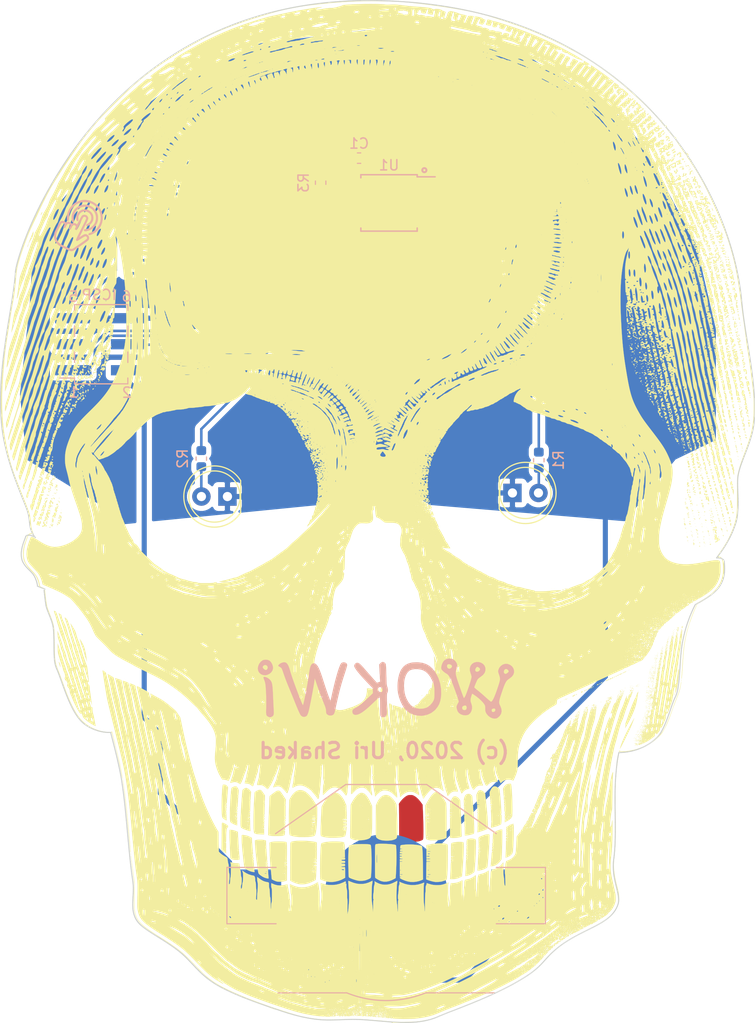
<source format=kicad_pcb>
(kicad_pcb (version 20171130) (host pcbnew "(5.1.8)-1")
  (layers (0 F.Cu signal) (31 B.Cu signal) (34 B.Paste user) (35 F.Paste user) (36 B.SilkS user) (37 F.SilkS user) (38 B.Mask user) (39 F.Mask user) (44 Edge.Cuts user))
  (net 0 "")
  (net 1 VCC)
  (net 2 GND)
  (net 3 /DATA)
  (net 4 /CLOCK)
  (net 5 /RESET)
  (net 6 /MOSI)
  (net 7 /SCK)
  (net 8 /MISO)
  (net 9 "Net-(R1-Pad2)")
  (net 10 "Net-(R2-Pad2)")
  (module touch:finger-grill (layer B.Cu) (at -10.25 -31.45 180)
    (fp_text reference JP1 hide)
    (fp_text value Jumper_NO_Small hide)
    (fp_line (start 6.286 -1.334) (end 6.286 -5.651) (layer B.Cu) (width 0.254))
    (fp_line (start 7.176 -5.651) (end 6.794 -5.651) (layer B.Cu) (width 0.254))
    (fp_line (start 16.319 -5.651) (end 7.176 -5.651) (layer B.Cu) (width 0.254))
    (fp_line (start 16.319 5.143) (end 16.319 -5.651) (layer B.Cu) (width 0.254))
    (fp_line (start 5.524 5.143) (end 16.319 5.143) (layer B.Cu) (width 0.254))
    (fp_line (start 5.524 2.54) (end 5.524 5.143) (layer B.Cu) (width 0.254))
    (fp_line (start 16.319 2.099) (end 7.048 2.099) (layer B.Cu) (width 0.254))
    (fp_line (start 16.319 0.698) (end 7.048 0.698) (layer B.Cu) (width 0.254))
    (fp_line (start 16.319 -0.572) (end 7.176 -0.572) (layer B.Cu) (width 0.254))
    (fp_line (start 16.319 -1.842) (end 7.429 -1.842) (layer B.Cu) (width 0.254))
    (fp_line (start 16.319 -3.111) (end 7.302 -3.111) (layer B.Cu) (width 0.254))
    (fp_line (start 16.319 -4.382) (end 7.429 -4.382) (layer B.Cu) (width 0.254))
    (fp_line (start 6.286 -5.017) (end 15.304 -5.017) (layer B.Cu) (width 0.254))
    (fp_line (start 16.319 3.556) (end 7.048 3.556) (layer B.Cu) (width 0.254))
    (fp_line (start 6.286 4.254) (end 15.43 4.254) (layer B.Cu) (width 0.254))
    (fp_line (start 6.286 -1.334) (end 6.286 4.254) (layer B.Cu) (width 0.254))
    (fp_line (start 5.143 -0.434) (end 6.286 -0.434) (layer B.Cu) (width 0.254))
    (fp_line (start 6.286 2.844) (end 15.304 2.844) (layer B.Cu) (width 0.254))
    (fp_line (start 6.286 1.456) (end 15.176 1.456) (layer B.Cu) (width 0.254))
    (fp_line (start 6.286 -1.186) (end 15.43 -1.186) (layer B.Cu) (width 0.254))
    (fp_line (start 6.541 0.063) (end 15.304 0.063) (layer B.Cu) (width 0.254))
    (fp_line (start 6.286 -2.477) (end 15.43 -2.477) (layer B.Cu) (width 0.254))
    (fp_line (start 6.286 -3.746) (end 15.43 -3.746) (layer B.Cu) (width 0.254))
    (fp_line (start 5.143 -0.434) (end 0.635 -0.434) (layer B.Cu) (width 0.254))
    (pad 2 smd rect (at 0 -0.434 180) (size 1.524 0.5) (layers B.Cu) (net 7 /SCK))
    (pad 1 smd rect (at 5.524 1.905 90) (size 1.524 0.5) (layers B.Cu) (net 2 GND))
  )
  (module skull-2:skull-2-prep (layer F.Cu) (at -1.905 -2.54)
    (fp_text reference Ref** hide)
    (fp_text value Val** hide)
    (fp_line (start -33.424092 2.543384) (end -33.424092 2.543384) (layer Edge.Cuts) (width 0.1))
    (fp_line (start -33.424092 2.543384) (end -33.424092 2.543384) (layer Edge.Cuts) (width 0.1))
    (fp_line (start -33.592137 2.448778) (end -33.424092 2.543384) (layer Edge.Cuts) (width 0.1))
    (fp_line (start -33.674047 2.407471) (end -33.592137 2.448778) (layer Edge.Cuts) (width 0.1))
    (fp_line (start -33.754833 2.372064) (end -33.674047 2.407471) (layer Edge.Cuts) (width 0.1))
    (fp_line (start -33.834725 2.343702) (end -33.754833 2.372064) (layer Edge.Cuts) (width 0.1))
    (fp_line (start -33.913951 2.323905) (end -33.834725 2.343702) (layer Edge.Cuts) (width 0.1))
    (fp_line (start -33.992739 2.313816) (end -33.913951 2.323905) (layer Edge.Cuts) (width 0.1))
    (fp_line (start -34.032028 2.312864) (end -33.992739 2.313816) (layer Edge.Cuts) (width 0.1))
    (fp_line (start -34.071299 2.314958) (end -34.032028 2.312864) (layer Edge.Cuts) (width 0.1))
    (fp_line (start -34.099814 2.309628) (end -34.071299 2.314958) (layer Edge.Cuts) (width 0.1))
    (fp_line (start -34.128101 2.307534) (end -34.099814 2.309628) (layer Edge.Cuts) (width 0.1))
    (fp_line (start -34.15595 2.308676) (end -34.128101 2.307534) (layer Edge.Cuts) (width 0.1))
    (fp_line (start -34.183132 2.312674) (end -34.15595 2.308676) (layer Edge.Cuts) (width 0.1))
    (fp_line (start -34.234585 2.328283) (end -34.183132 2.312674) (layer Edge.Cuts) (width 0.1))
    (fp_line (start -34.280689 2.353029) (end -34.234585 2.328283) (layer Edge.Cuts) (width 0.1))
    (fp_line (start -34.31994 2.385389) (end -34.280689 2.353029) (layer Edge.Cuts) (width 0.1))
    (fp_line (start -34.336901 2.404806) (end -34.31994 2.385389) (layer Edge.Cuts) (width 0.1))
    (fp_line (start -34.352072 2.426887) (end -34.336901 2.404806) (layer Edge.Cuts) (width 0.1))
    (fp_line (start -34.365454 2.451443) (end -34.352072 2.426887) (layer Edge.Cuts) (width 0.1))
    (fp_line (start -34.377047 2.478854) (end -34.365454 2.451443) (layer Edge.Cuts) (width 0.1))
    (fp_line (start -34.394902 2.543384) (end -34.377047 2.478854) (layer Edge.Cuts) (width 0.1))
    (fp_line (start -34.42454 2.628663) (end -34.394902 2.543384) (layer Edge.Cuts) (width 0.1))
    (fp_line (start -34.46777 2.740211) (end -34.42454 2.628663) (layer Edge.Cuts) (width 0.1))
    (fp_line (start -34.520384 2.875934) (end -34.46777 2.740211) (layer Edge.Cuts) (width 0.1))
    (fp_line (start -34.578119 3.033548) (end -34.520384 2.875934) (layer Edge.Cuts) (width 0.1))
    (fp_line (start -34.636748 3.210769) (end -34.578119 3.033548) (layer Edge.Cuts) (width 0.1))
    (fp_line (start -34.692027 3.405311) (end -34.636748 3.210769) (layer Edge.Cuts) (width 0.1))
    (fp_line (start -34.717097 3.508484) (end -34.692027 3.405311) (layer Edge.Cuts) (width 0.1))
    (fp_line (start -34.73973 3.615083) (end -34.717097 3.508484) (layer Edge.Cuts) (width 0.1))
    (fp_line (start -34.759413 3.724917) (end -34.73973 3.615083) (layer Edge.Cuts) (width 0.1))
    (fp_line (start -34.775612 3.837798) (end -34.759413 3.724917) (layer Edge.Cuts) (width 0.1))
    (fp_line (start -34.787985 3.945729) (end -34.775612 3.837798) (layer Edge.Cuts) (width 0.1))
    (fp_line (start -34.796132 4.055564) (end -34.787985 3.945729) (layer Edge.Cuts) (width 0.1))
    (fp_line (start -34.799368 4.167112) (end -34.796132 4.055564) (layer Edge.Cuts) (width 0.1))
    (fp_line (start -34.797027 4.280373) (end -34.799368 4.167112) (layer Edge.Cuts) (width 0.1))
    (fp_line (start -34.788442 4.395538) (end -34.797027 4.280373) (layer Edge.Cuts) (width 0.1))
    (fp_line (start -34.772928 4.512416) (end -34.788442 4.395538) (layer Edge.Cuts) (width 0.1))
    (fp_line (start -34.749838 4.631007) (end -34.772928 4.512416) (layer Edge.Cuts) (width 0.1))
    (fp_line (start -34.718506 4.751502) (end -34.749838 4.631007) (layer Edge.Cuts) (width 0.1))
    (fp_line (start -34.695339 4.815652) (end -34.718506 4.751502) (layer Edge.Cuts) (width 0.1))
    (fp_line (start -34.668842 4.879611) (end -34.695339 4.815652) (layer Edge.Cuts) (width 0.1))
    (fp_line (start -34.639204 4.943189) (end -34.668842 4.879611) (layer Edge.Cuts) (width 0.1))
    (fp_line (start -34.606672 5.006197) (end -34.639204 4.943189) (layer Edge.Cuts) (width 0.1))
    (fp_line (start -34.533804 5.128976) (end -34.606672 5.006197) (layer Edge.Cuts) (width 0.1))
    (fp_line (start -34.452009 5.246425) (end -34.533804 5.128976) (layer Edge.Cuts) (width 0.1))
    (fp_line (start -34.404115 5.310004) (end -34.452009 5.246425) (layer Edge.Cuts) (width 0.1))
    (fp_line (start -34.353519 5.37244) (end -34.404115 5.310004) (layer Edge.Cuts) (width 0.1))
    (fp_line (start -34.245892 5.494267) (end -34.353519 5.37244) (layer Edge.Cuts) (width 0.1))
    (fp_line (start -34.13246 5.612858) (end -34.245892 5.494267) (layer Edge.Cuts) (width 0.1))
    (fp_line (start -34.016572 5.729546) (end -34.13246 5.612858) (layer Edge.Cuts) (width 0.1))
    (fp_line (start -33.901578 5.845282) (end -34.016572 5.729546) (layer Edge.Cuts) (width 0.1))
    (fp_line (start -33.79083 5.961208) (end -33.901578 5.845282) (layer Edge.Cuts) (width 0.1))
    (fp_line (start -33.687657 6.078467) (end -33.79083 5.961208) (layer Edge.Cuts) (width 0.1))
    (fp_line (start -33.639954 6.137857) (end -33.687657 6.078467) (layer Edge.Cuts) (width 0.1))
    (fp_line (start -33.595411 6.1982) (end -33.639954 6.137857) (layer Edge.Cuts) (width 0.1))
    (fp_line (start -33.554333 6.263301) (end -33.595411 6.1982) (layer Edge.Cuts) (width 0.1))
    (fp_line (start -33.516585 6.329355) (end -33.554333 6.263301) (layer Edge.Cuts) (width 0.1))
    (fp_line (start -33.450265 6.462413) (end -33.516585 6.329355) (layer Edge.Cuts) (width 0.1))
    (fp_line (start -33.394644 6.591664) (end -33.450265 6.462413) (layer Edge.Cuts) (width 0.1))
    (fp_line (start -33.34795 6.712159) (end -33.394644 6.591664) (layer Edge.Cuts) (width 0.1))
    (fp_line (start -33.309441 6.823326) (end -33.34795 6.712159) (layer Edge.Cuts) (width 0.1))
    (fp_line (start -33.278946 6.926879) (end -33.309441 6.823326) (layer Edge.Cuts) (width 0.1))
    (fp_line (start -33.255589 7.020724) (end -33.278946 6.926879) (layer Edge.Cuts) (width 0.1))
    (fp_line (start -33.238496 7.102386) (end -33.255589 7.020724) (layer Edge.Cuts) (width 0.1))
    (fp_line (start -33.21946 7.220787) (end -33.238496 7.102386) (layer Edge.Cuts) (width 0.1))
    (fp_line (start -33.214701 7.264188) (end -33.21946 7.220787) (layer Edge.Cuts) (width 0.1))
    (fp_line (start -33.212322 7.290457) (end -33.214701 7.264188) (layer Edge.Cuts) (width 0.1))
    (fp_line (start -33.206668 7.299023) (end -33.212322 7.290457) (layer Edge.Cuts) (width 0.1))
    (fp_line (start -33.195666 7.302259) (end -33.206668 7.299023) (layer Edge.Cuts) (width 0.1))
    (fp_line (start -33.09097 7.342805) (end -33.195666 7.302259) (layer Edge.Cuts) (width 0.1))
    (fp_line (start -32.814956 7.454543) (end -33.09097 7.342805) (layer Edge.Cuts) (width 0.1))
    (fp_line (start -32.660292 7.514124) (end -32.814956 7.454543) (layer Edge.Cuts) (width 0.1))
    (fp_line (start -32.576707 7.548198) (end -32.660292 7.514124) (layer Edge.Cuts) (width 0.1))
    (fp_line (start -32.491352 7.587792) (end -32.576707 7.548198) (layer Edge.Cuts) (width 0.1))
    (fp_line (start -32.567494 7.702005) (end -32.491352 7.587792) (layer Edge.Cuts) (width 0.1))
    (fp_line (start -32.567494 7.72104) (end -32.567494 7.702005) (layer Edge.Cuts) (width 0.1))
    (fp_line (start -32.550838 7.909111) (end -32.567494 7.72104) (layer Edge.Cuts) (width 0.1))
    (fp_line (start -32.527348 8.130684) (end -32.550838 7.909111) (layer Edge.Cuts) (width 0.1))
    (fp_line (start -32.491352 8.425353) (end -32.527348 8.130684) (layer Edge.Cuts) (width 0.1))
    (fp_line (start -32.473801 8.586203) (end -32.491352 8.425353) (layer Edge.Cuts) (width 0.1))
    (fp_line (start -32.450902 8.75619) (end -32.473801 8.586203) (layer Edge.Cuts) (width 0.1))
    (fp_line (start -32.396175 9.129667) (end -32.450902 8.75619) (layer Edge.Cuts) (width 0.1))
    (fp_line (start -32.3791 9.220276) (end -32.396175 9.129667) (layer Edge.Cuts) (width 0.1))
    (fp_line (start -32.356771 9.31336) (end -32.3791 9.220276) (layer Edge.Cuts) (width 0.1))
    (fp_line (start -32.32976 9.408727) (end -32.356771 9.31336) (layer Edge.Cuts) (width 0.1))
    (fp_line (start -32.298618 9.50657) (end -32.32976 9.408727) (layer Edge.Cuts) (width 0.1))
    (fp_line (start -32.226188 9.708156) (end -32.298618 9.50657) (layer Edge.Cuts) (width 0.1))
    (fp_line (start -32.143954 9.917356) (end -32.226188 9.708156) (layer Edge.Cuts) (width 0.1))
    (fp_line (start -31.967876 10.353079) (end -32.143954 9.917356) (layer Edge.Cuts) (width 0.1))
    (fp_line (start -31.882959 10.577507) (end -31.967876 10.353079) (layer Edge.Cuts) (width 0.1))
    (fp_line (start -31.806074 10.804791) (end -31.882959 10.577507) (layer Edge.Cuts) (width 0.1))
    (fp_line (start -31.752832 10.990387) (end -31.806074 10.804791) (layer Edge.Cuts) (width 0.1))
    (fp_line (start -31.708517 11.175983) (end -31.752832 10.990387) (layer Edge.Cuts) (width 0.1))
    (fp_line (start -31.690262 11.268876) (end -31.708517 11.175983) (layer Edge.Cuts) (width 0.1))
    (fp_line (start -31.674901 11.361579) (end -31.690262 11.268876) (layer Edge.Cuts) (width 0.1))
    (fp_line (start -31.66268 11.454473) (end -31.674901 11.361579) (layer Edge.Cuts) (width 0.1))
    (fp_line (start -31.65379 11.547176) (end -31.66268 11.454473) (layer Edge.Cuts) (width 0.1))
    (fp_line (start -31.641017 11.722492) (end -31.65379 11.547176) (layer Edge.Cuts) (width 0.1))
    (fp_line (start -31.631005 11.89838) (end -31.641017 11.722492) (layer Edge.Cuts) (width 0.1))
    (fp_line (start -31.617794 12.250347) (end -31.631005 11.89838) (layer Edge.Cuts) (width 0.1))
    (fp_line (start -31.611303 12.6006) (end -31.617794 12.250347) (layer Edge.Cuts) (width 0.1))
    (fp_line (start -31.608581 12.946285) (end -31.611303 12.6006) (layer Edge.Cuts) (width 0.1))
    (fp_line (start -31.606753 13.284926) (end -31.608581 12.946285) (layer Edge.Cuts) (width 0.1))
    (fp_line (start -31.602927 13.613669) (end -31.606753 13.284926) (layer Edge.Cuts) (width 0.1))
    (fp_line (start -31.59419 13.930039) (end -31.602927 13.613669) (layer Edge.Cuts) (width 0.1))
    (fp_line (start -31.577648 14.231181) (end -31.59419 13.930039) (layer Edge.Cuts) (width 0.1))
    (fp_line (start -31.567826 14.392602) (end -31.577648 14.231181) (layer Edge.Cuts) (width 0.1))
    (fp_line (start -31.552655 14.548503) (end -31.567826 14.392602) (layer Edge.Cuts) (width 0.1))
    (fp_line (start -31.532134 14.698693) (end -31.552655 14.548503) (layer Edge.Cuts) (width 0.1))
    (fp_line (start -31.506265 14.842792) (end -31.532134 14.698693) (layer Edge.Cuts) (width 0.1))
    (fp_line (start -31.475028 14.980609) (end -31.506265 14.842792) (layer Edge.Cuts) (width 0.1))
    (fp_line (start -31.438442 15.111954) (end -31.475028 14.980609) (layer Edge.Cuts) (width 0.1))
    (fp_line (start -31.396506 15.236446) (end -31.438442 15.111954) (layer Edge.Cuts) (width 0.1))
    (fp_line (start -31.349222 15.354275) (end -31.396506 15.236446) (layer Edge.Cuts) (width 0.1))
    (fp_line (start -31.283626 15.503133) (end -31.349222 15.354275) (layer Edge.Cuts) (width 0.1))
    (fp_line (start -31.215269 15.670646) (end -31.283626 15.503133) (layer Edge.Cuts) (width 0.1))
    (fp_line (start -31.069933 16.053449) (end -31.215269 15.670646) (layer Edge.Cuts) (width 0.1))
    (fp_line (start -30.912567 16.489553) (end -31.069933 16.053449) (layer Edge.Cuts) (width 0.1))
    (fp_line (start -30.742466 16.96525) (end -30.912567 16.489553) (layer Edge.Cuts) (width 0.1))
    (fp_line (start -30.558982 17.466645) (end -30.742466 16.96525) (layer Edge.Cuts) (width 0.1))
    (fp_line (start -30.462016 17.722672) (end -30.558982 17.466645) (layer Edge.Cuts) (width 0.1))
    (fp_line (start -30.361451 17.980223) (end -30.462016 17.722672) (layer Edge.Cuts) (width 0.1))
    (fp_line (start -30.257213 18.237392) (end -30.361451 17.980223) (layer Edge.Cuts) (width 0.1))
    (fp_line (start -30.149205 18.492658) (end -30.257213 18.237392) (layer Edge.Cuts) (width 0.1))
    (fp_line (start -30.037353 18.744117) (end -30.149205 18.492658) (layer Edge.Cuts) (width 0.1))
    (fp_line (start -29.92156 18.990056) (end -30.037353 18.744117) (layer Edge.Cuts) (width 0.1))
    (fp_line (start -29.819872 19.194307) (end -29.92156 18.990056) (layer Edge.Cuts) (width 0.1))
    (fp_line (start -29.714853 19.392276) (end -29.819872 19.194307) (layer Edge.Cuts) (width 0.1))
    (fp_line (start -29.606693 19.583012) (end -29.714853 19.392276) (layer Edge.Cuts) (width 0.1))
    (fp_line (start -29.49564 19.765753) (end -29.606693 19.583012) (layer Edge.Cuts) (width 0.1))
    (fp_line (start -29.381903 19.939547) (end -29.49564 19.765753) (layer Edge.Cuts) (width 0.1))
    (fp_line (start -29.26573 20.103633) (end -29.381903 19.939547) (layer Edge.Cuts) (width 0.1))
    (fp_line (start -29.14731 20.256869) (end -29.26573 20.103633) (layer Edge.Cuts) (width 0.1))
    (fp_line (start -29.026891 20.398683) (end -29.14731 20.256869) (layer Edge.Cuts) (width 0.1))
    (fp_line (start -28.954651 20.475396) (end -29.026891 20.398683) (layer Edge.Cuts) (width 0.1))
    (fp_line (start -28.880775 20.548683) (end -28.954651 20.475396) (layer Edge.Cuts) (width 0.1))
    (fp_line (start -28.80547 20.618543) (end -28.880775 20.548683) (layer Edge.Cuts) (width 0.1))
    (fp_line (start -28.728871 20.685167) (end -28.80547 20.618543) (layer Edge.Cuts) (width 0.1))
    (fp_line (start -28.651149 20.748365) (end -28.728871 20.685167) (layer Edge.Cuts) (width 0.1))
    (fp_line (start -28.572495 20.808517) (end -28.651149 20.748365) (layer Edge.Cuts) (width 0.1))
    (fp_line (start -28.412996 20.919875) (end -28.572495 20.808517) (layer Edge.Cuts) (width 0.1))
    (fp_line (start -28.251709 21.019431) (end -28.412996 20.919875) (layer Edge.Cuts) (width 0.1))
    (fp_line (start -28.089983 21.108136) (end -28.251709 21.019431) (layer Edge.Cuts) (width 0.1))
    (fp_line (start -27.929152 21.186372) (end -28.089983 21.108136) (layer Edge.Cuts) (width 0.1))
    (fp_line (start -27.770548 21.25528) (end -27.929152 21.186372) (layer Edge.Cuts) (width 0.1))
    (fp_line (start -27.6219 21.315433) (end -27.770548 21.25528) (layer Edge.Cuts) (width 0.1))
    (fp_line (start -27.476393 21.36759) (end -27.6219 21.315433) (layer Edge.Cuts) (width 0.1))
    (fp_line (start -27.334883 21.412323) (end -27.476393 21.36759) (layer Edge.Cuts) (width 0.1))
    (fp_line (start -27.198284 21.450394) (end -27.334883 21.412323) (layer Edge.Cuts) (width 0.1))
    (fp_line (start -27.067491 21.482184) (end -27.198284 21.450394) (layer Edge.Cuts) (width 0.1))
    (fp_line (start -26.943399 21.508262) (end -27.067491 21.482184) (layer Edge.Cuts) (width 0.1))
    (fp_line (start -26.826882 21.529201) (end -26.943399 21.508262) (layer Edge.Cuts) (width 0.1))
    (fp_line (start -26.718837 21.545572) (end -26.826882 21.529201) (layer Edge.Cuts) (width 0.1))
    (fp_line (start -26.531756 21.566892) (end -26.718837 21.545572) (layer Edge.Cuts) (width 0.1))
    (fp_line (start -26.389275 21.5766) (end -26.531756 21.566892) (layer Edge.Cuts) (width 0.1))
    (fp_line (start -26.298571 21.579074) (end -26.389275 21.5766) (layer Edge.Cuts) (width 0.1))
    (fp_line (start -26.266744 21.578884) (end -26.298571 21.579074) (layer Edge.Cuts) (width 0.1))
    (fp_line (start -26.076389 21.578884) (end -26.266744 21.578884) (layer Edge.Cuts) (width 0.1))
    (fp_line (start -25.891687 22.288337) (end -26.076389 21.578884) (layer Edge.Cuts) (width 0.1))
    (fp_line (start -25.712335 22.985227) (end -25.891687 22.288337) (layer Edge.Cuts) (width 0.1))
    (fp_line (start -25.543699 23.664223) (end -25.712335 22.985227) (layer Edge.Cuts) (width 0.1))
    (fp_line (start -25.465064 23.99525) (end -25.543699 23.664223) (layer Edge.Cuts) (width 0.1))
    (fp_line (start -25.391111 24.319996) (end -25.465064 23.99525) (layer Edge.Cuts) (width 0.1))
    (fp_line (start -25.280762 24.814919) (end -25.391111 24.319996) (layer Edge.Cuts) (width 0.1))
    (fp_line (start -25.179341 25.295565) (end -25.280762 24.814919) (layer Edge.Cuts) (width 0.1))
    (fp_line (start -25.088618 25.754892) (end -25.179341 25.295565) (layer Edge.Cuts) (width 0.1))
    (fp_line (start -25.010401 26.185475) (end -25.088618 25.754892) (layer Edge.Cuts) (width 0.1))
    (fp_line (start -24.939322 26.674116) (end -25.010401 26.185475) (layer Edge.Cuts) (width 0.1))
    (fp_line (start -24.870014 27.168278) (end -24.939322 26.674116) (layer Edge.Cuts) (width 0.1))
    (fp_line (start -24.804284 27.665866) (end -24.870014 27.168278) (layer Edge.Cuts) (width 0.1))
    (fp_line (start -24.743904 28.165167) (end -24.804284 27.665866) (layer Edge.Cuts) (width 0.1))
    (fp_line (start -24.688491 28.659329) (end -24.743904 28.165167) (layer Edge.Cuts) (width 0.1))
    (fp_line (start -24.636087 29.156726) (end -24.688491 28.659329) (layer Edge.Cuts) (width 0.1))
    (fp_line (start -24.538073 30.158184) (end -24.636087 29.156726) (layer Edge.Cuts) (width 0.1))
    (fp_line (start -24.353676 32.174614) (end -24.538073 30.158184) (layer Edge.Cuts) (width 0.1))
    (fp_line (start -24.258346 33.180831) (end -24.353676 32.174614) (layer Edge.Cuts) (width 0.1))
    (fp_line (start -24.207959 33.681465) (end -24.258346 33.180831) (layer Edge.Cuts) (width 0.1))
    (fp_line (start -24.154983 34.180004) (end -24.207959 33.681465) (layer Edge.Cuts) (width 0.1))
    (fp_line (start -24.098905 34.675879) (end -24.154983 34.180004) (layer Edge.Cuts) (width 0.1))
    (fp_line (start -24.039152 35.168327) (end -24.098905 34.675879) (layer Edge.Cuts) (width 0.1))
    (fp_line (start -23.975136 35.656778) (end -24.039152 35.168327) (layer Edge.Cuts) (width 0.1))
    (fp_line (start -23.906342 36.141042) (end -23.975136 35.656778) (layer Edge.Cuts) (width 0.1))
    (fp_line (start -23.8827 36.32778) (end -23.906342 36.141042) (layer Edge.Cuts) (width 0.1))
    (fp_line (start -23.867966 36.516231) (end -23.8827 36.32778) (layer Edge.Cuts) (width 0.1))
    (fp_line (start -23.860828 36.706205) (end -23.867966 36.516231) (layer Edge.Cuts) (width 0.1))
    (fp_line (start -23.859933 36.897322) (end -23.860828 36.706205) (layer Edge.Cuts) (width 0.1))
    (fp_line (start -23.86395 37.08939) (end -23.859933 36.897322) (layer Edge.Cuts) (width 0.1))
    (fp_line (start -23.871545 37.281649) (end -23.86395 37.08939) (layer Edge.Cuts) (width 0.1))
    (fp_line (start -23.892065 37.666356) (end -23.871545 37.281649) (layer Edge.Cuts) (width 0.1))
    (fp_line (start -23.910796 38.048208) (end -23.892065 37.666356) (layer Edge.Cuts) (width 0.1))
    (fp_line (start -23.916164 38.237231) (end -23.910796 38.048208) (layer Edge.Cuts) (width 0.1))
    (fp_line (start -23.91704 38.42435) (end -23.916164 38.237231) (layer Edge.Cuts) (width 0.1))
    (fp_line (start -23.912147 38.609565) (end -23.91704 38.42435) (layer Edge.Cuts) (width 0.1))
    (fp_line (start -23.900098 38.792306) (end -23.912147 38.609565) (layer Edge.Cuts) (width 0.1))
    (fp_line (start -23.879578 38.972001) (end -23.900098 38.792306) (layer Edge.Cuts) (width 0.1))
    (fp_line (start -23.849235 39.148651) (end -23.879578 38.972001) (layer Edge.Cuts) (width 0.1))
    (fp_line (start -23.809794 39.30398) (end -23.849235 39.148651) (layer Edge.Cuts) (width 0.1))
    (fp_line (start -23.762091 39.455693) (end -23.809794 39.30398) (layer Edge.Cuts) (width 0.1))
    (fp_line (start -23.705022 39.603789) (end -23.762091 39.455693) (layer Edge.Cuts) (width 0.1))
    (fp_line (start -23.672624 39.676505) (end -23.705022 39.603789) (layer Edge.Cuts) (width 0.1))
    (fp_line (start -23.637465 39.748269) (end -23.672624 39.676505) (layer Edge.Cuts) (width 0.1))
    (fp_line (start -23.599413 39.819271) (end -23.637465 39.748269) (layer Edge.Cuts) (width 0.1))
    (fp_line (start -23.558316 39.889322) (end -23.599413 39.819271) (layer Edge.Cuts) (width 0.1))
    (fp_line (start -23.514039 39.958421) (end -23.558316 39.889322) (layer Edge.Cuts) (width 0.1))
    (fp_line (start -23.46645 40.026758) (end -23.514039 39.958421) (layer Edge.Cuts) (width 0.1))
    (fp_line (start -23.415397 40.093953) (end -23.46645 40.026758) (layer Edge.Cuts) (width 0.1))
    (fp_line (start -23.360746 40.160578) (end -23.415397 40.093953) (layer Edge.Cuts) (width 0.1))
    (fp_line (start -23.302364 40.22606) (end -23.360746 40.160578) (layer Edge.Cuts) (width 0.1))
    (fp_line (start -23.240099 40.290781) (end -23.302364 40.22606) (layer Edge.Cuts) (width 0.1))
    (fp_line (start -23.15975 40.368445) (end -23.240099 40.290781) (layer Edge.Cuts) (width 0.1))
    (fp_line (start -23.075613 40.444778) (end -23.15975 40.368445) (layer Edge.Cuts) (width 0.1))
    (fp_line (start -22.987479 40.520349) (end -23.075613 40.444778) (layer Edge.Cuts) (width 0.1))
    (fp_line (start -22.895081 40.595349) (end -22.987479 40.520349) (layer Edge.Cuts) (width 0.1))
    (fp_line (start -22.696693 40.745919) (end -22.895081 40.595349) (layer Edge.Cuts) (width 0.1))
    (fp_line (start -22.478679 40.899916) (end -22.696693 40.745919) (layer Edge.Cuts) (width 0.1))
    (fp_line (start -22.303686 41.018127) (end -22.478679 40.899916) (layer Edge.Cuts) (width 0.1))
    (fp_line (start -22.121878 41.13748) (end -22.303686 41.018127) (layer Edge.Cuts) (width 0.1))
    (fp_line (start -21.740749 41.380563) (end -22.121878 41.13748) (layer Edge.Cuts) (width 0.1))
    (fp_line (start -20.929665 41.889763) (end -21.740749 41.380563) (layer Edge.Cuts) (width 0.1))
    (fp_line (start -20.511741 42.159496) (end -20.929665 41.889763) (layer Edge.Cuts) (width 0.1))
    (fp_line (start -20.30235 42.299026) (end -20.511741 42.159496) (layer Edge.Cuts) (width 0.1))
    (fp_line (start -20.093531 42.441792) (end -20.30235 42.299026) (layer Edge.Cuts) (width 0.1))
    (fp_line (start -19.886234 42.588175) (end -20.093531 42.441792) (layer Edge.Cuts) (width 0.1))
    (fp_line (start -19.681222 42.738365) (end -19.886234 42.588175) (layer Edge.Cuts) (width 0.1))
    (fp_line (start -19.479065 42.892553) (end -19.681222 42.738365) (layer Edge.Cuts) (width 0.1))
    (fp_line (start -19.280715 43.050928) (end -19.479065 42.892553) (layer Edge.Cuts) (width 0.1))
    (fp_line (start -19.119104 43.188555) (end -19.280715 43.050928) (layer Edge.Cuts) (width 0.1))
    (fp_line (start -18.962061 43.329608) (end -19.119104 43.188555) (layer Edge.Cuts) (width 0.1))
    (fp_line (start -18.808825 43.474087) (end -18.962061 43.329608) (layer Edge.Cuts) (width 0.1))
    (fp_line (start -18.658825 43.621041) (end -18.808825 43.474087) (layer Edge.Cuts) (width 0.1))
    (fp_line (start -18.364917 43.921992) (end -18.658825 43.621041) (layer Edge.Cuts) (width 0.1))
    (fp_line (start -18.074245 44.228845) (end -18.364917 43.921992) (layer Edge.Cuts) (width 0.1))
    (fp_line (start -17.781098 44.538172) (end -18.074245 44.228845) (layer Edge.Cuts) (width 0.1))
    (fp_line (start -17.479195 44.847118) (end -17.781098 44.538172) (layer Edge.Cuts) (width 0.1))
    (fp_line (start -17.323104 45.000163) (end -17.479195 44.847118) (layer Edge.Cuts) (width 0.1))
    (fp_line (start -17.162445 45.151876) (end -17.323104 45.000163) (layer Edge.Cuts) (width 0.1))
    (fp_line (start -16.996836 45.301876) (end -17.162445 45.151876) (layer Edge.Cuts) (width 0.1))
    (fp_line (start -16.825136 45.449401) (end -16.996836 45.301876) (layer Edge.Cuts) (width 0.1))
    (fp_line (start -16.693981 45.556381) (end -16.825136 45.449401) (layer Edge.Cuts) (width 0.1))
    (fp_line (start -16.557497 45.66317) (end -16.693981 45.556381) (layer Edge.Cuts) (width 0.1))
    (fp_line (start -16.415492 45.769578) (end -16.557497 45.66317) (layer Edge.Cuts) (width 0.1))
    (fp_line (start -16.268347 45.875415) (end -16.415492 45.769578) (layer Edge.Cuts) (width 0.1))
    (fp_line (start -16.115683 45.980111) (end -16.268347 45.875415) (layer Edge.Cuts) (width 0.1))
    (fp_line (start -15.957878 46.083854) (end -16.115683 45.980111) (layer Edge.Cuts) (width 0.1))
    (fp_line (start -15.794554 46.186265) (end -15.957878 46.083854) (layer Edge.Cuts) (width 0.1))
    (fp_line (start -15.625899 46.286963) (end -15.794554 46.186265) (layer Edge.Cuts) (width 0.1))
    (fp_line (start -15.348552 46.442293) (end -15.625899 46.286963) (layer Edge.Cuts) (width 0.1))
    (fp_line (start -15.059974 46.594196) (end -15.348552 46.442293) (layer Edge.Cuts) (width 0.1))
    (fp_line (start -14.760926 46.743054) (end -15.059974 46.594196) (layer Edge.Cuts) (width 0.1))
    (fp_line (start -14.452741 46.889056) (end -14.760926 46.743054) (layer Edge.Cuts) (width 0.1))
    (fp_line (start -14.136752 47.032203) (end -14.452741 46.889056) (layer Edge.Cuts) (width 0.1))
    (fp_line (start -13.81372 47.173066) (end -14.136752 47.032203) (layer Edge.Cuts) (width 0.1))
    (fp_line (start -13.484786 47.311644) (end -13.81372 47.173066) (layer Edge.Cuts) (width 0.1))
    (fp_line (start -13.151284 47.448129) (end -13.484786 47.311644) (layer Edge.Cuts) (width 0.1))
    (fp_line (start -12.655029 47.644385) (end -13.151284 47.448129) (layer Edge.Cuts) (width 0.1))
    (fp_line (start -12.154205 47.833597) (end -12.655029 47.644385) (layer Edge.Cuts) (width 0.1))
    (fp_line (start -11.653571 48.015577) (end -12.154205 47.833597) (layer Edge.Cuts) (width 0.1))
    (fp_line (start -11.157316 48.190513) (end -11.653571 48.015577) (layer Edge.Cuts) (width 0.1))
    (fp_line (start -10.670007 48.358216) (end -11.157316 48.190513) (layer Edge.Cuts) (width 0.1))
    (fp_line (start -10.196023 48.518875) (end -10.670007 48.358216) (layer Edge.Cuts) (width 0.1))
    (fp_line (start -9.306113 48.818684) (end -10.196023 48.518875) (layer Edge.Cuts) (width 0.1))
    (fp_line (start -9.008208 48.914814) (end -9.306113 48.818684) (layer Edge.Cuts) (width 0.1))
    (fp_line (start -8.721152 49.00371) (end -9.008208 48.914814) (layer Edge.Cuts) (width 0.1))
    (fp_line (start -8.444186 49.085562) (end -8.721152 49.00371) (layer Edge.Cuts) (width 0.1))
    (fp_line (start -8.177118 49.160752) (end -8.444186 49.085562) (layer Edge.Cuts) (width 0.1))
    (fp_line (start -7.919377 49.22928) (end -8.177118 49.160752) (layer Edge.Cuts) (width 0.1))
    (fp_line (start -7.670583 49.291907) (end -7.919377 49.22928) (layer Edge.Cuts) (width 0.1))
    (fp_line (start -7.430165 49.348442) (end -7.670583 49.291907) (layer Edge.Cuts) (width 0.1))
    (fp_line (start -7.197932 49.399267) (end -7.430165 49.348442) (layer Edge.Cuts) (width 0.1))
    (fp_line (start -6.973313 49.444762) (end -7.197932 49.399267) (layer Edge.Cuts) (width 0.1))
    (fp_line (start -6.755737 49.485308) (end -6.973313 49.444762) (layer Edge.Cuts) (width 0.1))
    (fp_line (start -6.544824 49.520904) (end -6.755737 49.485308) (layer Edge.Cuts) (width 0.1))
    (fp_line (start -6.340192 49.552122) (end -6.544824 49.520904) (layer Edge.Cuts) (width 0.1))
    (fp_line (start -6.141271 49.579153) (end -6.340192 49.552122) (layer Edge.Cuts) (width 0.1))
    (fp_line (start -5.94787 49.601995) (end -6.141271 49.579153) (layer Edge.Cuts) (width 0.1))
    (fp_line (start -5.759228 49.621412) (end -5.94787 49.601995) (layer Edge.Cuts) (width 0.1))
    (fp_line (start -5.575155 49.637211) (end -5.759228 49.621412) (layer Edge.Cuts) (width 0.1))
    (fp_line (start -5.328836 49.652059) (end -5.575155 49.637211) (layer Edge.Cuts) (width 0.1))
    (fp_line (start -5.089179 49.661386) (end -5.328836 49.652059) (layer Edge.Cuts) (width 0.1))
    (fp_line (start -4.854661 49.665955) (end -5.089179 49.661386) (layer Edge.Cuts) (width 0.1))
    (fp_line (start -4.624332 49.666335) (end -4.854661 49.665955) (layer Edge.Cuts) (width 0.1))
    (fp_line (start -4.396858 49.66348) (end -4.624332 49.666335) (layer Edge.Cuts) (width 0.1))
    (fp_line (start -4.171477 49.65796) (end -4.396858 49.66348) (layer Edge.Cuts) (width 0.1))
    (fp_line (start -3.721478 49.64197) (end -4.171477 49.65796) (layer Edge.Cuts) (width 0.1))
    (fp_line (start -3.265388 49.624267) (end -3.721478 49.64197) (layer Edge.Cuts) (width 0.1))
    (fp_line (start -2.793878 49.610371) (end -3.265388 49.624267) (layer Edge.Cuts) (width 0.1))
    (fp_line (start -2.549462 49.606945) (end -2.793878 49.610371) (layer Edge.Cuts) (width 0.1))
    (fp_line (start -2.297813 49.606564) (end -2.549462 49.606945) (layer Edge.Cuts) (width 0.1))
    (fp_line (start -2.037788 49.60999) (end -2.297813 49.606564) (layer Edge.Cuts) (width 0.1))
    (fp_line (start -1.768055 49.618176) (end -2.037788 49.60999) (layer Edge.Cuts) (width 0.1))
    (fp_line (start -1.504604 49.630929) (end -1.768055 49.618176) (layer Edge.Cuts) (width 0.1))
    (fp_line (start -1.236013 49.647681) (end -1.504604 49.630929) (layer Edge.Cuts) (width 0.1))
    (fp_line (start -0.684174 49.689559) (end -1.236013 49.647681) (layer Edge.Cuts) (width 0.1))
    (fp_line (start 0.463857 49.789495) (end -0.684174 49.689559) (layer Edge.Cuts) (width 0.1))
    (fp_line (start 1.053006 49.836703) (end 0.463857 49.789495) (layer Edge.Cuts) (width 0.1))
    (fp_line (start 1.34996 49.857452) (end 1.053006 49.836703) (layer Edge.Cuts) (width 0.1))
    (fp_line (start 1.647675 49.875155) (end 1.34996 49.857452) (layer Edge.Cuts) (width 0.1))
    (fp_line (start 1.945771 49.889241) (end 1.647675 49.875155) (layer Edge.Cuts) (width 0.1))
    (fp_line (start 2.244057 49.89933) (end 1.945771 49.889241) (layer Edge.Cuts) (width 0.1))
    (fp_line (start 2.541772 49.904279) (end 2.244057 49.89933) (layer Edge.Cuts) (width 0.1))
    (fp_line (start 2.838536 49.903708) (end 2.541772 49.904279) (layer Edge.Cuts) (width 0.1))
    (fp_line (start 3.038218 49.901995) (end 2.838536 49.903708) (layer Edge.Cuts) (width 0.1))
    (fp_line (start 3.237139 49.896475) (end 3.038218 49.901995) (layer Edge.Cuts) (width 0.1))
    (fp_line (start 3.435299 49.886957) (end 3.237139 49.896475) (layer Edge.Cuts) (width 0.1))
    (fp_line (start 3.632697 49.873632) (end 3.435299 49.886957) (layer Edge.Cuts) (width 0.1))
    (fp_line (start 3.828763 49.856119) (end 3.632697 49.873632) (layer Edge.Cuts) (width 0.1))
    (fp_line (start 4.023686 49.834419) (end 3.828763 49.856119) (layer Edge.Cuts) (width 0.1))
    (fp_line (start 4.217087 49.80834) (end 4.023686 49.834419) (layer Edge.Cuts) (width 0.1))
    (fp_line (start 4.408965 49.777693) (end 4.217087 49.80834) (layer Edge.Cuts) (width 0.1))
    (fp_line (start 4.598939 49.742287) (end 4.408965 49.777693) (layer Edge.Cuts) (width 0.1))
    (fp_line (start 4.78701 49.701932) (end 4.598939 49.742287) (layer Edge.Cuts) (width 0.1))
    (fp_line (start 4.972986 49.656818) (end 4.78701 49.701932) (layer Edge.Cuts) (width 0.1))
    (fp_line (start 5.156679 49.606564) (end 4.972986 49.656818) (layer Edge.Cuts) (width 0.1))
    (fp_line (start 5.337897 49.55098) (end 5.156679 49.606564) (layer Edge.Cuts) (width 0.1))
    (fp_line (start 5.51645 49.490257) (end 5.337897 49.55098) (layer Edge.Cuts) (width 0.1))
    (fp_line (start 5.692338 49.423823) (end 5.51645 49.490257) (layer Edge.Cuts) (width 0.1))
    (fp_line (start 5.86518 49.351679) (end 5.692338 49.423823) (layer Edge.Cuts) (width 0.1))
    (fp_line (start 6.069812 49.263163) (end 5.86518 49.351679) (layer Edge.Cuts) (width 0.1))
    (fp_line (start 6.296905 49.168747) (end 6.069812 49.263163) (layer Edge.Cuts) (width 0.1))
    (fp_line (start 6.81391 48.962403) (end 6.296905 49.168747) (layer Edge.Cuts) (width 0.1))
    (fp_line (start 8.059022 48.47852) (end 6.81391 48.962403) (layer Edge.Cuts) (width 0.1))
    (fp_line (start 8.764668 48.200411) (end 8.059022 48.47852) (layer Edge.Cuts) (width 0.1))
    (fp_line (start 9.51105 47.898128) (end 8.764668 48.200411) (layer Edge.Cuts) (width 0.1))
    (fp_line (start 9.895947 47.737849) (end 9.51105 47.898128) (layer Edge.Cuts) (width 0.1))
    (fp_line (start 10.286937 47.571288) (end 9.895947 47.737849) (layer Edge.Cuts) (width 0.1))
    (fp_line (start 10.682304 47.398636) (end 10.286937 47.571288) (layer Edge.Cuts) (width 0.1))
    (fp_line (start 11.080907 47.219702) (end 10.682304 47.398636) (layer Edge.Cuts) (width 0.1))
    (fp_line (start 11.502734 47.024208) (end 11.080907 47.219702) (layer Edge.Cuts) (width 0.1))
    (fp_line (start 11.924941 46.823003) (end 11.502734 47.024208) (layer Edge.Cuts) (width 0.1))
    (fp_line (start 12.346387 46.615325) (end 11.924941 46.823003) (layer Edge.Cuts) (width 0.1))
    (fp_line (start 12.765549 46.401176) (end 12.346387 46.615325) (layer Edge.Cuts) (width 0.1))
    (fp_line (start 13.181094 46.179793) (end 12.765549 46.401176) (layer Edge.Cuts) (width 0.1))
    (fp_line (start 13.59188 45.950796) (end 13.181094 46.179793) (layer Edge.Cuts) (width 0.1))
    (fp_line (start 13.996194 45.713804) (end 13.59188 45.950796) (layer Edge.Cuts) (width 0.1))
    (fp_line (start 14.195686 45.592167) (end 13.996194 45.713804) (layer Edge.Cuts) (width 0.1))
    (fp_line (start 14.393084 45.468436) (end 14.195686 45.592167) (layer Edge.Cuts) (width 0.1))
    (fp_line (start 14.558312 45.36317) (end 14.393084 45.468436) (layer Edge.Cuts) (width 0.1))
    (fp_line (start 14.711929 45.26114) (end 14.558312 45.36317) (layer Edge.Cuts) (width 0.1))
    (fp_line (start 14.854886 45.162346) (end 14.711929 45.26114) (layer Edge.Cuts) (width 0.1))
    (fp_line (start 14.987944 45.066407) (end 14.854886 45.162346) (layer Edge.Cuts) (width 0.1))
    (fp_line (start 15.112055 44.972942) (end 14.987944 45.066407) (layer Edge.Cuts) (width 0.1))
    (fp_line (start 15.228172 44.882143) (end 15.112055 44.972942) (layer Edge.Cuts) (width 0.1))
    (fp_line (start 15.440037 44.707016) (end 15.228172 44.882143) (layer Edge.Cuts) (width 0.1))
    (fp_line (start 15.590037 44.577004) (end 15.440037 44.707016) (layer Edge.Cuts) (width 0.1))
    (fp_line (start 15.727663 44.450799) (end 15.590037 44.577004) (layer Edge.Cuts) (width 0.1))
    (fp_line (start 15.85482 44.327258) (end 15.727663 44.450799) (layer Edge.Cuts) (width 0.1))
    (fp_line (start 15.973983 44.205812) (end 15.85482 44.327258) (layer Edge.Cuts) (width 0.1))
    (fp_line (start 16.196508 43.965774) (end 15.973983 44.205812) (layer Edge.Cuts) (width 0.1))
    (fp_line (start 16.413132 43.724404) (end 16.196508 43.965774) (layer Edge.Cuts) (width 0.1))
    (fp_line (start 16.641558 43.474658) (end 16.413132 43.724404) (layer Edge.Cuts) (width 0.1))
    (fp_line (start 16.765479 43.344836) (end 16.641558 43.474658) (layer Edge.Cuts) (width 0.1))
    (fp_line (start 16.898918 43.210636) (end 16.765479 43.344836) (layer Edge.Cuts) (width 0.1))
    (fp_line (start 17.044158 43.071106) (end 16.898918 43.210636) (layer Edge.Cuts) (width 0.1))
    (fp_line (start 17.203295 42.925674) (end 17.044158 43.071106) (layer Edge.Cuts) (width 0.1))
    (fp_line (start 17.378422 42.7732) (end 17.203295 42.925674) (layer Edge.Cuts) (width 0.1))
    (fp_line (start 17.572013 42.613111) (end 17.378422 42.7732) (layer Edge.Cuts) (width 0.1))
    (fp_line (start 17.72049 42.497376) (end 17.572013 42.613111) (layer Edge.Cuts) (width 0.1))
    (fp_line (start 17.869728 42.385637) (end 17.72049 42.497376) (layer Edge.Cuts) (width 0.1))
    (fp_line (start 18.019347 42.277516) (end 17.869728 42.385637) (layer Edge.Cuts) (width 0.1))
    (fp_line (start 18.169537 42.173201) (end 18.019347 42.277516) (layer Edge.Cuts) (width 0.1))
    (fp_line (start 18.319918 42.072313) (end 18.169537 42.173201) (layer Edge.Cuts) (width 0.1))
    (fp_line (start 18.470488 41.97447) (end 18.319918 42.072313) (layer Edge.Cuts) (width 0.1))
    (fp_line (start 18.77182 41.788303) (end 18.470488 41.97447) (layer Edge.Cuts) (width 0.1))
    (fp_line (start 19.072581 41.613177) (end 18.77182 41.788303) (layer Edge.Cuts) (width 0.1))
    (fp_line (start 19.371629 41.447758) (end 19.072581 41.613177) (layer Edge.Cuts) (width 0.1))
    (fp_line (start 19.668012 41.290525) (end 19.371629 41.447758) (layer Edge.Cuts) (width 0.1))
    (fp_line (start 19.960968 41.140145) (end 19.668012 41.290525) (layer Edge.Cuts) (width 0.1))
    (fp_line (start 20.532604 40.855183) (end 19.960968 41.140145) (layer Edge.Cuts) (width 0.1))
    (fp_line (start 21.078733 40.581453) (end 20.532604 40.855183) (layer Edge.Cuts) (width 0.1))
    (fp_line (start 21.3399 40.445349) (end 21.078733 40.581453) (layer Edge.Cuts) (width 0.1))
    (fp_line (start 21.59193 40.308103) (end 21.3399 40.445349) (layer Edge.Cuts) (width 0.1))
    (fp_line (start 21.833681 40.168192) (end 21.59193 40.308103) (layer Edge.Cuts) (width 0.1))
    (fp_line (start 22.064391 40.024283) (end 21.833681 40.168192) (layer Edge.Cuts) (width 0.1))
    (fp_line (start 22.187551 39.941289) (end 22.064391 40.024283) (layer Edge.Cuts) (width 0.1))
    (fp_line (start 22.306903 39.8562) (end 22.187551 39.941289) (layer Edge.Cuts) (width 0.1))
    (fp_line (start 22.422258 39.769017) (end 22.306903 39.8562) (layer Edge.Cuts) (width 0.1))
    (fp_line (start 22.533426 39.67936) (end 22.422258 39.769017) (layer Edge.Cuts) (width 0.1))
    (fp_line (start 22.640405 39.586848) (end 22.533426 39.67936) (layer Edge.Cuts) (width 0.1))
    (fp_line (start 22.742626 39.49167) (end 22.640405 39.586848) (layer Edge.Cuts) (width 0.1))
    (fp_line (start 22.840278 39.393257) (end 22.742626 39.49167) (layer Edge.Cuts) (width 0.1))
    (fp_line (start 22.932981 39.291417) (end 22.840278 39.393257) (layer Edge.Cuts) (width 0.1))
    (fp_line (start 23.020354 39.18615) (end 22.932981 39.291417) (layer Edge.Cuts) (width 0.1))
    (fp_line (start 23.102587 39.076887) (end 23.020354 39.18615) (layer Edge.Cuts) (width 0.1))
    (fp_line (start 23.1793 38.963816) (end 23.102587 39.076887) (layer Edge.Cuts) (width 0.1))
    (fp_line (start 23.250302 38.846557) (end 23.1793 38.963816) (layer Edge.Cuts) (width 0.1))
    (fp_line (start 23.315214 38.72454) (end 23.250302 38.846557) (layer Edge.Cuts) (width 0.1))
    (fp_line (start 23.374224 38.598144) (end 23.315214 38.72454) (layer Edge.Cuts) (width 0.1))
    (fp_line (start 23.426952 38.466609) (end 23.374224 38.598144) (layer Edge.Cuts) (width 0.1))
    (fp_line (start 23.473018 38.330124) (end 23.426952 38.466609) (layer Edge.Cuts) (width 0.1))
    (fp_line (start 23.497193 38.234566) (end 23.473018 38.330124) (layer Edge.Cuts) (width 0.1))
    (fp_line (start 23.513183 38.133868) (end 23.497193 38.234566) (layer Edge.Cuts) (width 0.1))
    (fp_line (start 23.521558 38.02765) (end 23.513183 38.133868) (layer Edge.Cuts) (width 0.1))
    (fp_line (start 23.522891 37.916102) (end 23.521558 38.02765) (layer Edge.Cuts) (width 0.1))
    (fp_line (start 23.518132 37.799224) (end 23.522891 37.916102) (layer Edge.Cuts) (width 0.1))
    (fp_line (start 23.507853 37.677016) (end 23.518132 37.799224) (layer Edge.Cuts) (width 0.1))
    (fp_line (start 23.492624 37.549288) (end 23.507853 37.677016) (layer Edge.Cuts) (width 0.1))
    (fp_line (start 23.473018 37.41642) (end 23.492624 37.549288) (layer Edge.Cuts) (width 0.1))
    (fp_line (start 23.425239 37.183616) (end 23.473018 37.41642) (layer Edge.Cuts) (width 0.1))
    (fp_line (start 23.369845 36.942055) (end 23.425239 37.183616) (layer Edge.Cuts) (width 0.1))
    (fp_line (start 23.246876 36.433807) (end 23.369845 36.942055) (layer Edge.Cuts) (width 0.1))
    (fp_line (start 23.185391 36.16731) (end 23.246876 36.433807) (layer Edge.Cuts) (width 0.1))
    (fp_line (start 23.127714 35.893199) (end 23.185391 36.16731) (layer Edge.Cuts) (width 0.1))
    (fp_line (start 23.076699 35.611664) (end 23.127714 35.893199) (layer Edge.Cuts) (width 0.1))
    (fp_line (start 23.054618 35.467946) (end 23.076699 35.611664) (layer Edge.Cuts) (width 0.1))
    (fp_line (start 23.035201 35.322515) (end 23.054618 35.467946) (layer Edge.Cuts) (width 0.1))
    (fp_line (start 23.011026 35.005193) (end 23.035201 35.322515) (layer Edge.Cuts) (width 0.1))
    (fp_line (start 23.003412 34.844343) (end 23.011026 35.005193) (layer Edge.Cuts) (width 0.1))
    (fp_line (start 22.999415 34.682541) (end 23.003412 34.844343) (layer Edge.Cuts) (width 0.1))
    (fp_line (start 22.999986 34.519598) (end 22.999415 34.682541) (layer Edge.Cuts) (width 0.1))
    (fp_line (start 23.005696 34.356083) (end 22.999986 34.519598) (layer Edge.Cuts) (width 0.1))
    (fp_line (start 23.017308 34.192187) (end 23.005696 34.356083) (layer Edge.Cuts) (width 0.1))
    (fp_line (start 23.035201 34.028101) (end 23.017308 34.192187) (layer Edge.Cuts) (width 0.1))
    (fp_line (start 23.063755 33.811287) (end 23.035201 34.028101) (layer Edge.Cuts) (width 0.1))
    (fp_line (start 23.089072 33.592569) (end 23.063755 33.811287) (layer Edge.Cuts) (width 0.1))
    (fp_line (start 23.110963 33.371947) (end 23.089072 33.592569) (layer Edge.Cuts) (width 0.1))
    (fp_line (start 23.129998 33.149613) (end 23.110963 33.371947) (layer Edge.Cuts) (width 0.1))
    (fp_line (start 23.159694 32.699804) (end 23.129998 33.149613) (layer Edge.Cuts) (width 0.1))
    (fp_line (start 23.179681 32.243142) (end 23.159694 32.699804) (layer Edge.Cuts) (width 0.1))
    (fp_line (start 23.191483 31.780389) (end 23.179681 32.243142) (layer Edge.Cuts) (width 0.1))
    (fp_line (start 23.196432 31.311354) (end 23.191483 31.780389) (layer Edge.Cuts) (width 0.1))
    (fp_line (start 23.196242 30.836799) (end 23.196432 31.311354) (layer Edge.Cuts) (width 0.1))
    (fp_line (start 23.192244 30.356724) (end 23.196242 30.836799) (layer Edge.Cuts) (width 0.1))
    (fp_line (start 23.17911 29.381345) (end 23.192244 30.356724) (layer Edge.Cuts) (width 0.1))
    (fp_line (start 23.169021 28.387882) (end 23.17911 29.381345) (layer Edge.Cuts) (width 0.1))
    (fp_line (start 23.169021 27.885155) (end 23.169021 28.387882) (layer Edge.Cuts) (width 0.1))
    (fp_line (start 23.17416 27.379001) (end 23.169021 27.885155) (layer Edge.Cuts) (width 0.1))
    (fp_line (start 23.186153 26.869421) (end 23.17416 27.379001) (layer Edge.Cuts) (width 0.1))
    (fp_line (start 23.206521 26.356794) (end 23.186153 26.869421) (layer Edge.Cuts) (width 0.1))
    (fp_line (start 23.238691 25.885285) (end 23.206521 26.356794) (layer Edge.Cuts) (width 0.1))
    (fp_line (start 23.277904 25.412253) (end 23.238691 25.885285) (layer Edge.Cuts) (width 0.1))
    (fp_line (start 23.324351 24.935414) (end 23.277904 25.412253) (layer Edge.Cuts) (width 0.1))
    (fp_line (start 23.37784 24.453244) (end 23.324351 24.935414) (layer Edge.Cuts) (width 0.1))
    (fp_line (start 23.395163 24.327991) (end 23.37784 24.453244) (layer Edge.Cuts) (width 0.1))
    (fp_line (start 23.415911 24.208258) (end 23.395163 24.327991) (layer Edge.Cuts) (width 0.1))
    (fp_line (start 23.43666 24.091951) (end 23.415911 24.208258) (layer Edge.Cuts) (width 0.1))
    (fp_line (start 23.453982 23.977357) (end 23.43666 24.091951) (layer Edge.Cuts) (width 0.1))
    (fp_line (start 23.47949 23.863525) (end 23.453982 23.977357) (layer Edge.Cuts) (width 0.1))
    (fp_line (start 23.501571 23.751406) (end 23.47949 23.863525) (layer Edge.Cuts) (width 0.1))
    (fp_line (start 23.523652 23.642713) (end 23.501571 23.751406) (layer Edge.Cuts) (width 0.1))
    (fp_line (start 23.54916 23.539541) (end 23.523652 23.642713) (layer Edge.Cuts) (width 0.1))
    (fp_line (start 23.625302 23.539541) (end 23.54916 23.539541) (layer Edge.Cuts) (width 0.1))
    (fp_line (start 23.66737 23.540302) (end 23.625302 23.539541) (layer Edge.Cuts) (width 0.1))
    (fp_line (start 23.787675 23.538589) (end 23.66737 23.540302) (layer Edge.Cuts) (width 0.1))
    (fp_line (start 23.976697 23.5285) (end 23.787675 23.538589) (layer Edge.Cuts) (width 0.1))
    (fp_line (start 24.093956 23.518411) (end 23.976697 23.5285) (layer Edge.Cuts) (width 0.1))
    (fp_line (start 24.22492 23.503944) (end 24.093956 23.518411) (layer Edge.Cuts) (width 0.1))
    (fp_line (start 24.368448 23.484147) (end 24.22492 23.503944) (layer Edge.Cuts) (width 0.1))
    (fp_line (start 24.523206 23.45864) (end 24.368448 23.484147) (layer Edge.Cuts) (width 0.1))
    (fp_line (start 24.688054 23.42647) (end 24.523206 23.45864) (layer Edge.Cuts) (width 0.1))
    (fp_line (start 24.862038 23.386876) (end 24.688054 23.42647) (layer Edge.Cuts) (width 0.1))
    (fp_line (start 25.043827 23.339287) (end 24.862038 23.386876) (layer Edge.Cuts) (width 0.1))
    (fp_line (start 25.232088 23.282752) (end 25.043827 23.339287) (layer Edge.Cuts) (width 0.1))
    (fp_line (start 25.42587 23.216508) (end 25.232088 23.282752) (layer Edge.Cuts) (width 0.1))
    (fp_line (start 25.624029 23.139795) (end 25.42587 23.216508) (layer Edge.Cuts) (width 0.1))
    (fp_line (start 25.83894 23.048615) (end 25.624029 23.139795) (layer Edge.Cuts) (width 0.1))
    (fp_line (start 26.054612 22.945633) (end 25.83894 23.048615) (layer Edge.Cuts) (width 0.1))
    (fp_line (start 26.162734 22.889288) (end 26.054612 22.945633) (layer Edge.Cuts) (width 0.1))
    (fp_line (start 26.270475 22.829707) (end 26.162734 22.889288) (layer Edge.Cuts) (width 0.1))
    (fp_line (start 26.378025 22.766509) (end 26.270475 22.829707) (layer Edge.Cuts) (width 0.1))
    (fp_line (start 26.485386 22.699694) (end 26.378025 22.766509) (layer Edge.Cuts) (width 0.1))
    (fp_line (start 26.592175 22.628882) (end 26.485386 22.699694) (layer Edge.Cuts) (width 0.1))
    (fp_line (start 26.698583 22.554453) (end 26.592175 22.628882) (layer Edge.Cuts) (width 0.1))
    (fp_line (start 26.80404 22.475837) (end 26.698583 22.554453) (layer Edge.Cuts) (width 0.1))
    (fp_line (start 26.908926 22.393032) (end 26.80404 22.475837) (layer Edge.Cuts) (width 0.1))
    (fp_line (start 27.012859 22.30585) (end 26.908926 22.393032) (layer Edge.Cuts) (width 0.1))
    (fp_line (start 27.115841 22.214099) (end 27.012859 22.30585) (layer Edge.Cuts) (width 0.1))
    (fp_line (start 27.217681 22.117779) (end 27.115841 22.214099) (layer Edge.Cuts) (width 0.1))
    (fp_line (start 27.318189 22.0167) (end 27.217681 22.117779) (layer Edge.Cuts) (width 0.1))
    (fp_line (start 27.41013 21.916954) (end 27.318189 22.0167) (layer Edge.Cuts) (width 0.1))
    (fp_line (start 27.499978 21.804264) (end 27.41013 21.916954) (layer Edge.Cuts) (width 0.1))
    (fp_line (start 27.587541 21.680153) (end 27.499978 21.804264) (layer Edge.Cuts) (width 0.1))
    (fp_line (start 27.67263 21.545572) (end 27.587541 21.680153) (layer Edge.Cuts) (width 0.1))
    (fp_line (start 27.755244 21.402044) (end 27.67263 21.545572) (layer Edge.Cuts) (width 0.1))
    (fp_line (start 27.834812 21.251093) (end 27.755244 21.402044) (layer Edge.Cuts) (width 0.1))
    (fp_line (start 27.911335 21.093859) (end 27.834812 21.251093) (layer Edge.Cuts) (width 0.1))
    (fp_line (start 27.984431 20.931677) (end 27.911335 21.093859) (layer Edge.Cuts) (width 0.1))
    (fp_line (start 28.065142 20.747033) (end 27.984431 20.931677) (layer Edge.Cuts) (width 0.1))
    (fp_line (start 28.143378 20.55782) (end 28.065142 20.747033) (layer Edge.Cuts) (width 0.1))
    (fp_line (start 28.219139 20.365371) (end 28.143378 20.55782) (layer Edge.Cuts) (width 0.1))
    (fp_line (start 28.292616 20.171209) (end 28.219139 20.365371) (layer Edge.Cuts) (width 0.1))
    (fp_line (start 28.432717 19.782314) (end 28.292616 20.171209) (layer Edge.Cuts) (width 0.1))
    (fp_line (start 28.565014 19.401794) (end 28.432717 19.782314) (layer Edge.Cuts) (width 0.1))
    (fp_line (start 28.690077 19.039929) (end 28.565014 19.401794) (layer Edge.Cuts) (width 0.1))
    (fp_line (start 28.808859 18.707188) (end 28.690077 19.039929) (layer Edge.Cuts) (width 0.1))
    (fp_line (start 28.866346 18.555095) (end 28.808859 18.707188) (layer Edge.Cuts) (width 0.1))
    (fp_line (start 28.92231 18.414232) (end 28.866346 18.555095) (layer Edge.Cuts) (width 0.1))
    (fp_line (start 28.977323 18.285933) (end 28.92231 18.414232) (layer Edge.Cuts) (width 0.1))
    (fp_line (start 29.031384 18.171529) (end 28.977323 18.285933) (layer Edge.Cuts) (width 0.1))
    (fp_line (start 29.085825 18.060933) (end 29.031384 18.171529) (layer Edge.Cuts) (width 0.1))
    (fp_line (start 29.135127 17.943675) (end 29.085825 18.060933) (layer Edge.Cuts) (width 0.1))
    (fp_line (start 29.17967 17.820134) (end 29.135127 17.943675) (layer Edge.Cuts) (width 0.1))
    (fp_line (start 29.219264 17.690883) (end 29.17967 17.820134) (layer Edge.Cuts) (width 0.1))
    (fp_line (start 29.25467 17.556302) (end 29.219264 17.690883) (layer Edge.Cuts) (width 0.1))
    (fp_line (start 29.285698 17.416582) (end 29.25467 17.556302) (layer Edge.Cuts) (width 0.1))
    (fp_line (start 29.312729 17.272673) (end 29.285698 17.416582) (layer Edge.Cuts) (width 0.1))
    (fp_line (start 29.335952 17.124577) (end 29.312729 17.272673) (layer Edge.Cuts) (width 0.1))
    (fp_line (start 29.37231 16.887966) (end 29.335952 17.124577) (layer Edge.Cuts) (width 0.1))
    (fp_line (start 29.403147 16.642979) (end 29.37231 16.887966) (layer Edge.Cuts) (width 0.1))
    (fp_line (start 29.429606 16.390187) (end 29.403147 16.642979) (layer Edge.Cuts) (width 0.1))
    (fp_line (start 29.452259 16.130543) (end 29.429606 16.390187) (layer Edge.Cuts) (width 0.1))
    (fp_line (start 29.490139 15.594123) (end 29.452259 16.130543) (layer Edge.Cuts) (width 0.1))
    (fp_line (start 29.523832 15.04019) (end 29.490139 15.594123) (layer Edge.Cuts) (width 0.1))
    (fp_line (start 29.56038 14.475597) (end 29.523832 15.04019) (layer Edge.Cuts) (width 0.1))
    (fp_line (start 29.5817 14.191397) (end 29.56038 14.475597) (layer Edge.Cuts) (width 0.1))
    (fp_line (start 29.606256 13.907006) (end 29.5817 14.191397) (layer Edge.Cuts) (width 0.1))
    (fp_line (start 29.635 13.623187) (end 29.606256 13.907006) (layer Edge.Cuts) (width 0.1))
    (fp_line (start 29.668883 13.341081) (end 29.635 13.623187) (layer Edge.Cuts) (width 0.1))
    (fp_line (start 29.708477 13.061259) (end 29.668883 13.341081) (layer Edge.Cuts) (width 0.1))
    (fp_line (start 29.754733 12.784483) (end 29.708477 13.061259) (layer Edge.Cuts) (width 0.1))
    (fp_line (start 29.806509 12.523126) (end 29.754733 12.784483) (layer Edge.Cuts) (width 0.1))
    (fp_line (start 29.861522 12.267479) (end 29.806509 12.523126) (layer Edge.Cuts) (width 0.1))
    (fp_line (start 29.919771 12.018304) (end 29.861522 12.267479) (layer Edge.Cuts) (width 0.1))
    (fp_line (start 29.980684 11.775602) (end 29.919771 12.018304) (layer Edge.Cuts) (width 0.1))
    (fp_line (start 30.044453 11.540132) (end 29.980684 11.775602) (layer Edge.Cuts) (width 0.1))
    (fp_line (start 30.110697 11.312277) (end 30.044453 11.540132) (layer Edge.Cuts) (width 0.1))
    (fp_line (start 30.179224 11.092417) (end 30.110697 11.312277) (layer Edge.Cuts) (width 0.1))
    (fp_line (start 30.249656 10.880933) (end 30.179224 11.092417) (layer Edge.Cuts) (width 0.1))
    (fp_line (start 30.371293 10.537723) (end 30.249656 10.880933) (layer Edge.Cuts) (width 0.1))
    (fp_line (start 30.491787 10.223828) (end 30.371293 10.537723) (layer Edge.Cuts) (width 0.1))
    (fp_line (start 30.607714 9.941721) (end 30.491787 10.223828) (layer Edge.Cuts) (width 0.1))
    (fp_line (start 30.716026 9.693689) (end 30.607714 9.941721) (layer Edge.Cuts) (width 0.1))
    (fp_line (start 30.813678 9.482014) (end 30.716026 9.693689) (layer Edge.Cuts) (width 0.1))
    (fp_line (start 30.897434 9.309552) (end 30.813678 9.482014) (layer Edge.Cuts) (width 0.1))
    (fp_line (start 30.964249 9.178588) (end 30.897434 9.309552) (layer Edge.Cuts) (width 0.1))
    (fp_line (start 31.011076 9.091596) (end 30.964249 9.178588) (layer Edge.Cuts) (width 0.1))
    (fp_line (start 31.137091 9.022687) (end 31.011076 9.091596) (layer Edge.Cuts) (width 0.1))
    (fp_line (start 31.277573 8.939312) (end 31.137091 9.022687) (layer Edge.Cuts) (width 0.1))
    (fp_line (start 31.348956 8.907523) (end 31.277573 8.939312) (layer Edge.Cuts) (width 0.1))
    (fp_line (start 31.420339 8.870403) (end 31.348956 8.907523) (layer Edge.Cuts) (width 0.1))
    (fp_line (start 31.563105 8.787028) (end 31.420339 8.870403) (layer Edge.Cuts) (width 0.1))
    (fp_line (start 31.843879 8.622371) (end 31.563105 8.787028) (layer Edge.Cuts) (width 0.1))
    (fp_line (start 32.113993 8.45543) (end 31.843879 8.622371) (layer Edge.Cuts) (width 0.1))
    (fp_line (start 32.244386 8.370151) (end 32.113993 8.45543) (layer Edge.Cuts) (width 0.1))
    (fp_line (start 32.371543 8.283349) (end 32.244386 8.370151) (layer Edge.Cuts) (width 0.1))
    (fp_line (start 32.495083 8.194834) (end 32.371543 8.283349) (layer Edge.Cuts) (width 0.1))
    (fp_line (start 32.614817 8.104225) (end 32.495083 8.194834) (layer Edge.Cuts) (width 0.1))
    (fp_line (start 32.730553 8.010951) (end 32.614817 8.104225) (layer Edge.Cuts) (width 0.1))
    (fp_line (start 32.842101 7.915012) (end 32.730553 8.010951) (layer Edge.Cuts) (width 0.1))
    (fp_line (start 32.94908 7.816027) (end 32.842101 7.915012) (layer Edge.Cuts) (width 0.1))
    (fp_line (start 33.051491 7.713616) (end 32.94908 7.816027) (layer Edge.Cuts) (width 0.1))
    (fp_line (start 33.148953 7.607588) (end 33.051491 7.713616) (layer Edge.Cuts) (width 0.1))
    (fp_line (start 33.241275 7.497563) (end 33.148953 7.607588) (layer Edge.Cuts) (width 0.1))
    (fp_line (start 33.328077 7.38316) (end 33.241275 7.497563) (layer Edge.Cuts) (width 0.1))
    (fp_line (start 33.409549 7.264188) (end 33.328077 7.38316) (layer Edge.Cuts) (width 0.1))
    (fp_line (start 33.478457 7.151879) (end 33.409549 7.264188) (layer Edge.Cuts) (width 0.1))
    (fp_line (start 33.542226 7.036333) (end 33.478457 7.151879) (layer Edge.Cuts) (width 0.1))
    (fp_line (start 33.601046 6.91698) (end 33.542226 7.036333) (layer Edge.Cuts) (width 0.1))
    (fp_line (start 33.654345 6.794011) (end 33.601046 6.91698) (layer Edge.Cuts) (width 0.1))
    (fp_line (start 33.702124 6.666664) (end 33.654345 6.794011) (layer Edge.Cuts) (width 0.1))
    (fp_line (start 33.744574 6.535128) (end 33.702124 6.666664) (layer Edge.Cuts) (width 0.1))
    (fp_line (start 33.780931 6.398834) (end 33.744574 6.535128) (layer Edge.Cuts) (width 0.1))
    (fp_line (start 33.811579 6.257591) (end 33.780931 6.398834) (layer Edge.Cuts) (width 0.1))
    (fp_line (start 33.836325 6.111398) (end 33.811579 6.257591) (layer Edge.Cuts) (width 0.1))
    (fp_line (start 33.854789 5.959685) (end 33.836325 6.111398) (layer Edge.Cuts) (width 0.1))
    (fp_line (start 33.866972 5.802452) (end 33.854789 5.959685) (layer Edge.Cuts) (width 0.1))
    (fp_line (start 33.872683 5.639318) (end 33.866972 5.802452) (layer Edge.Cuts) (width 0.1))
    (fp_line (start 33.871731 5.470092) (end 33.872683 5.639318) (layer Edge.Cuts) (width 0.1))
    (fp_line (start 33.864117 5.294394) (end 33.871731 5.470092) (layer Edge.Cuts) (width 0.1))
    (fp_line (start 33.84984 5.112034) (end 33.864117 5.294394) (layer Edge.Cuts) (width 0.1))
    (fp_line (start 33.82833 4.922822) (end 33.84984 5.112034) (layer Edge.Cuts) (width 0.1))
    (fp_line (start 33.818622 4.86838) (end 33.82833 4.922822) (layer Edge.Cuts) (width 0.1))
    (fp_line (start 33.803584 4.819078) (end 33.818622 4.86838) (layer Edge.Cuts) (width 0.1))
    (fp_line (start 33.783787 4.774535) (end 33.803584 4.819078) (layer Edge.Cuts) (width 0.1))
    (fp_line (start 33.759231 4.734751) (end 33.783787 4.774535) (layer Edge.Cuts) (width 0.1))
    (fp_line (start 33.730297 4.699535) (end 33.759231 4.734751) (layer Edge.Cuts) (width 0.1))
    (fp_line (start 33.697175 4.668507) (end 33.730297 4.699535) (layer Edge.Cuts) (width 0.1))
    (fp_line (start 33.659866 4.641477) (end 33.697175 4.668507) (layer Edge.Cuts) (width 0.1))
    (fp_line (start 33.618939 4.618254) (end 33.659866 4.641477) (layer Edge.Cuts) (width 0.1))
    (fp_line (start 33.572683 4.592365) (end 33.618939 4.618254) (layer Edge.Cuts) (width 0.1))
    (fp_line (start 33.519955 4.571617) (end 33.572683 4.592365) (layer Edge.Cuts) (width 0.1))
    (fp_line (start 33.461325 4.555627) (end 33.519955 4.571617) (layer Edge.Cuts) (width 0.1))
    (fp_line (start 33.397556 4.544396) (end 33.461325 4.555627) (layer Edge.Cuts) (width 0.1))
    (fp_line (start 33.329409 4.537733) (end 33.397556 4.544396) (layer Edge.Cuts) (width 0.1))
    (fp_line (start 33.257646 4.535259) (end 33.329409 4.537733) (layer Edge.Cuts) (width 0.1))
    (fp_line (start 33.182455 4.536782) (end 33.257646 4.535259) (layer Edge.Cuts) (width 0.1))
    (fp_line (start 33.104981 4.542112) (end 33.182455 4.536782) (layer Edge.Cuts) (width 0.1))
    (fp_line (start 33.085945 4.523076) (end 33.104981 4.542112) (layer Edge.Cuts) (width 0.1))
    (fp_line (start 33.229092 4.347949) (end 33.085945 4.523076) (layer Edge.Cuts) (width 0.1))
    (fp_line (start 33.346541 4.196808) (end 33.229092 4.347949) (layer Edge.Cuts) (width 0.1))
    (fp_line (start 33.487975 4.006643) (end 33.346541 4.196808) (layer Edge.Cuts) (width 0.1))
    (fp_line (start 33.648254 3.78012) (end 33.487975 4.006643) (layer Edge.Cuts) (width 0.1))
    (fp_line (start 33.822048 3.519334) (end 33.648254 3.78012) (layer Edge.Cuts) (width 0.1))
    (fp_line (start 33.912467 3.376758) (end 33.822048 3.519334) (layer Edge.Cuts) (width 0.1))
    (fp_line (start 34.004408 3.226758) (end 33.912467 3.376758) (layer Edge.Cuts) (width 0.1))
    (fp_line (start 34.097111 3.069335) (end 34.004408 3.226758) (layer Edge.Cuts) (width 0.1))
    (fp_line (start 34.190004 2.905058) (end 34.097111 3.069335) (layer Edge.Cuts) (width 0.1))
    (fp_line (start 34.296984 2.707851) (end 34.190004 2.905058) (layer Edge.Cuts) (width 0.1))
    (fp_line (start 34.403012 2.502077) (end 34.296984 2.707851) (layer Edge.Cuts) (width 0.1))
    (fp_line (start 34.507136 2.287737) (end 34.403012 2.502077) (layer Edge.Cuts) (width 0.1))
    (fp_line (start 34.608785 2.065212) (end 34.507136 2.287737) (layer Edge.Cuts) (width 0.1))
    (fp_line (start 34.706818 1.834502) (end 34.608785 2.065212) (layer Edge.Cuts) (width 0.1))
    (fp_line (start 34.800282 1.595987) (end 34.706818 1.834502) (layer Edge.Cuts) (width 0.1))
    (fp_line (start 34.888607 1.350049) (end 34.800282 1.595987) (layer Edge.Cuts) (width 0.1))
    (fp_line (start 34.97046 1.096686) (end 34.888607 1.350049) (layer Edge.Cuts) (width 0.1))
    (fp_line (start 34.9973 1.011026) (end 34.97046 1.096686) (layer Edge.Cuts) (width 0.1))
    (fp_line (start 35.021094 0.924986) (end 34.9973 1.011026) (layer Edge.Cuts) (width 0.1))
    (fp_line (start 35.060878 0.751572) (end 35.021094 0.924986) (layer Edge.Cuts) (width 0.1))
    (fp_line (start 35.09362 0.574733) (end 35.060878 0.751572) (layer Edge.Cuts) (width 0.1))
    (fp_line (start 35.122744 0.392373) (end 35.09362 0.574733) (layer Edge.Cuts) (width 0.1))
    (fp_line (start 35.17985 -0.330976) (end 35.122744 0.392373) (layer Edge.Cuts) (width 0.1))
    (fp_line (start 35.189178 -0.639352) (end 35.17985 -0.330976) (layer Edge.Cuts) (width 0.1))
    (fp_line (start 35.189939 -0.949059) (end 35.189178 -0.639352) (layer Edge.Cuts) (width 0.1))
    (fp_line (start 35.184609 -1.257815) (end 35.189939 -0.949059) (layer Edge.Cuts) (width 0.1))
    (fp_line (start 35.175091 -1.563525) (end 35.184609 -1.257815) (layer Edge.Cuts) (width 0.1))
    (fp_line (start 35.15301 -2.156671) (end 35.175091 -1.563525) (layer Edge.Cuts) (width 0.1))
    (fp_line (start 35.145015 -2.439539) (end 35.15301 -2.156671) (layer Edge.Cuts) (width 0.1))
    (fp_line (start 35.141779 -2.710414) (end 35.145015 -2.439539) (layer Edge.Cuts) (width 0.1))
    (fp_line (start 35.144064 -3.012698) (end 35.141779 -2.710414) (layer Edge.Cuts) (width 0.1))
    (fp_line (start 35.149774 -3.157368) (end 35.144064 -3.012698) (layer Edge.Cuts) (width 0.1))
    (fp_line (start 35.160815 -3.300514) (end 35.149774 -3.157368) (layer Edge.Cuts) (width 0.1))
    (fp_line (start 35.173188 -3.404639) (end 35.160815 -3.300514) (layer Edge.Cuts) (width 0.1))
    (fp_line (start 35.188987 -3.509715) (end 35.173188 -3.404639) (layer Edge.Cuts) (width 0.1))
    (fp_line (start 35.229723 -3.723293) (end 35.188987 -3.509715) (layer Edge.Cuts) (width 0.1))
    (fp_line (start 35.28169 -3.94144) (end 35.229723 -3.723293) (layer Edge.Cuts) (width 0.1))
    (fp_line (start 35.343746 -4.163584) (end 35.28169 -3.94144) (layer Edge.Cuts) (width 0.1))
    (fp_line (start 35.414558 -4.390107) (end 35.343746 -4.163584) (layer Edge.Cuts) (width 0.1))
    (fp_line (start 35.493175 -4.620817) (end 35.414558 -4.390107) (layer Edge.Cuts) (width 0.1))
    (fp_line (start 35.577883 -4.855715) (end 35.493175 -4.620817) (layer Edge.Cuts) (width 0.1))
    (fp_line (start 35.66754 -5.09461) (end 35.577883 -4.855715) (layer Edge.Cuts) (width 0.1))
    (fp_line (start 35.857324 -5.584394) (end 35.66754 -5.09461) (layer Edge.Cuts) (width 0.1))
    (fp_line (start 36.052247 -6.089786) (end 35.857324 -5.584394) (layer Edge.Cuts) (width 0.1))
    (fp_line (start 36.148377 -6.348288) (end 36.052247 -6.089786) (layer Edge.Cuts) (width 0.1))
    (fp_line (start 36.242222 -6.610407) (end 36.148377 -6.348288) (layer Edge.Cuts) (width 0.1))
    (fp_line (start 36.332069 -6.876143) (end 36.242222 -6.610407) (layer Edge.Cuts) (width 0.1))
    (fp_line (start 36.417158 -7.145686) (end 36.332069 -6.876143) (layer Edge.Cuts) (width 0.1))
    (fp_line (start 36.479594 -7.353553) (end 36.417158 -7.145686) (layer Edge.Cuts) (width 0.1))
    (fp_line (start 36.537653 -7.563324) (end 36.479594 -7.353553) (layer Edge.Cuts) (width 0.1))
    (fp_line (start 36.590762 -7.774809) (end 36.537653 -7.563324) (layer Edge.Cuts) (width 0.1))
    (fp_line (start 36.63835 -7.988006) (end 36.590762 -7.774809) (layer Edge.Cuts) (width 0.1))
    (fp_line (start 36.679848 -8.203108) (end 36.63835 -7.988006) (layer Edge.Cuts) (width 0.1))
    (fp_line (start 36.714302 -8.419922) (end 36.679848 -8.203108) (layer Edge.Cuts) (width 0.1))
    (fp_line (start 36.741142 -8.638449) (end 36.714302 -8.419922) (layer Edge.Cuts) (width 0.1))
    (fp_line (start 36.759797 -8.85888) (end 36.741142 -8.638449) (layer Edge.Cuts) (width 0.1))
    (fp_line (start 36.775787 -9.070365) (end 36.759797 -8.85888) (layer Edge.Cuts) (width 0.1))
    (fp_line (start 36.78854 -9.283372) (end 36.775787 -9.070365) (layer Edge.Cuts) (width 0.1))
    (fp_line (start 36.797868 -9.498093) (end 36.78854 -9.283372) (layer Edge.Cuts) (width 0.1))
    (fp_line (start 36.80415 -9.714336) (end 36.797868 -9.498093) (layer Edge.Cuts) (width 0.1))
    (fp_line (start 36.807386 -9.931721) (end 36.80415 -9.714336) (layer Edge.Cuts) (width 0.1))
    (fp_line (start 36.807576 -10.150439) (end 36.807386 -9.931721) (layer Edge.Cuts) (width 0.1))
    (fp_line (start 36.800152 -10.591111) (end 36.807576 -10.150439) (layer Edge.Cuts) (width 0.1))
    (fp_line (start 36.78302 -11.0354) (end 36.800152 -10.591111) (layer Edge.Cuts) (width 0.1))
    (fp_line (start 36.757132 -11.482163) (end 36.78302 -11.0354) (layer Edge.Cuts) (width 0.1))
    (fp_line (start 36.723629 -11.930829) (end 36.757132 -11.482163) (layer Edge.Cuts) (width 0.1))
    (fp_line (start 36.683655 -12.380448) (end 36.723629 -11.930829) (layer Edge.Cuts) (width 0.1))
    (fp_line (start 36.629404 -12.899165) (end 36.683655 -12.380448) (layer Edge.Cuts) (width 0.1))
    (fp_line (start 36.567348 -13.419977) (end 36.629404 -12.899165) (layer Edge.Cuts) (width 0.1))
    (fp_line (start 36.49882 -13.94193) (end 36.567348 -13.419977) (layer Edge.Cuts) (width 0.1))
    (fp_line (start 36.424962 -14.464455) (end 36.49882 -13.94193) (layer Edge.Cuts) (width 0.1))
    (fp_line (start 36.346726 -14.986979) (end 36.424962 -14.464455) (layer Edge.Cuts) (width 0.1))
    (fp_line (start 36.265445 -15.508742) (end 36.346726 -14.986979) (layer Edge.Cuts) (width 0.1))
    (fp_line (start 36.098313 -16.546938) (end 36.265445 -15.508742) (layer Edge.Cuts) (width 0.1))
    (fp_line (start 35.933085 -17.573332) (end 36.098313 -16.546938) (layer Edge.Cuts) (width 0.1))
    (fp_line (start 35.853897 -18.080628) (end 35.933085 -17.573332) (layer Edge.Cuts) (width 0.1))
    (fp_line (start 35.778898 -18.582785) (end 35.853897 -18.080628) (layer Edge.Cuts) (width 0.1))
    (fp_line (start 35.708847 -19.079231) (end 35.778898 -18.582785) (layer Edge.Cuts) (width 0.1))
    (fp_line (start 35.645268 -19.569395) (end 35.708847 -19.079231) (layer Edge.Cuts) (width 0.1))
    (fp_line (start 35.589114 -20.052326) (end 35.645268 -19.569395) (layer Edge.Cuts) (width 0.1))
    (fp_line (start 35.541525 -20.527642) (end 35.589114 -20.052326) (layer Edge.Cuts) (width 0.1))
    (fp_line (start 35.516779 -20.78405) (end 35.541525 -20.527642) (layer Edge.Cuts) (width 0.1))
    (fp_line (start 35.488796 -21.042933) (end 35.516779 -20.78405) (layer Edge.Cuts) (width 0.1))
    (fp_line (start 35.457769 -21.30391) (end 35.488796 -21.042933) (layer Edge.Cuts) (width 0.1))
    (fp_line (start 35.423505 -21.567361) (end 35.457769 -21.30391) (layer Edge.Cuts) (width 0.1))
    (fp_line (start 35.386005 -21.832906) (end 35.423505 -21.567361) (layer Edge.Cuts) (width 0.1))
    (fp_line (start 35.345269 -22.100736) (end 35.386005 -21.832906) (layer Edge.Cuts) (width 0.1))
    (fp_line (start 35.301487 -22.370469) (end 35.345269 -22.100736) (layer Edge.Cuts) (width 0.1))
    (fp_line (start 35.254279 -22.642296) (end 35.301487 -22.370469) (layer Edge.Cuts) (width 0.1))
    (fp_line (start 35.203645 -22.916217) (end 35.254279 -22.642296) (layer Edge.Cuts) (width 0.1))
    (fp_line (start 35.149965 -23.191851) (end 35.203645 -22.916217) (layer Edge.Cuts) (width 0.1))
    (fp_line (start 35.092668 -23.469388) (end 35.149965 -23.191851) (layer Edge.Cuts) (width 0.1))
    (fp_line (start 35.032325 -23.748639) (end 35.092668 -23.469388) (layer Edge.Cuts) (width 0.1))
    (fp_line (start 34.968366 -24.029603) (end 35.032325 -23.748639) (layer Edge.Cuts) (width 0.1))
    (fp_line (start 34.901171 -24.31209) (end 34.968366 -24.029603) (layer Edge.Cuts) (width 0.1))
    (fp_line (start 34.830359 -24.59629) (end 34.901171 -24.31209) (layer Edge.Cuts) (width 0.1))
    (fp_line (start 34.75631 -24.882013) (end 34.830359 -24.59629) (layer Edge.Cuts) (width 0.1))
    (fp_line (start 34.678646 -25.169068) (end 34.75631 -24.882013) (layer Edge.Cuts) (width 0.1))
    (fp_line (start 34.597745 -25.457646) (end 34.678646 -25.169068) (layer Edge.Cuts) (width 0.1))
    (fp_line (start 34.513037 -25.747557) (end 34.597745 -25.457646) (layer Edge.Cuts) (width 0.1))
    (fp_line (start 34.425093 -26.03861) (end 34.513037 -25.747557) (layer Edge.Cuts) (width 0.1))
    (fp_line (start 34.333342 -26.330995) (end 34.425093 -26.03861) (layer Edge.Cuts) (width 0.1))
    (fp_line (start 34.238164 -26.624332) (end 34.333342 -26.330995) (layer Edge.Cuts) (width 0.1))
    (fp_line (start 34.13956 -26.919001) (end 34.238164 -26.624332) (layer Edge.Cuts) (width 0.1))
    (fp_line (start 34.037149 -27.214432) (end 34.13956 -26.919001) (layer Edge.Cuts) (width 0.1))
    (fp_line (start 33.931122 -27.511006) (end 34.037149 -27.214432) (layer Edge.Cuts) (width 0.1))
    (fp_line (start 33.821477 -27.80834) (end 33.931122 -27.511006) (layer Edge.Cuts) (width 0.1))
    (fp_line (start 33.708216 -28.106436) (end 33.821477 -27.80834) (layer Edge.Cuts) (width 0.1))
    (fp_line (start 33.591148 -28.405484) (end 33.708216 -28.106436) (layer Edge.Cuts) (width 0.1))
    (fp_line (start 33.470462 -28.705102) (end 33.591148 -28.405484) (layer Edge.Cuts) (width 0.1))
    (fp_line (start 33.346161 -29.005292) (end 33.470462 -28.705102) (layer Edge.Cuts) (width 0.1))
    (fp_line (start 33.217861 -29.306244) (end 33.346161 -29.005292) (layer Edge.Cuts) (width 0.1))
    (fp_line (start 33.085945 -29.607575) (end 33.217861 -29.306244) (layer Edge.Cuts) (width 0.1))
    (fp_line (start 32.855996 -30.114872) (end 33.085945 -29.607575) (layer Edge.Cuts) (width 0.1))
    (fp_line (start 32.615578 -30.622548) (end 32.855996 -30.114872) (layer Edge.Cuts) (width 0.1))
    (fp_line (start 32.36469 -31.130606) (end 32.615578 -30.622548) (layer Edge.Cuts) (width 0.1))
    (fp_line (start 32.103333 -31.638473) (end 32.36469 -31.130606) (layer Edge.Cuts) (width 0.1))
    (fp_line (start 31.831125 -32.145769) (end 32.103333 -31.638473) (layer Edge.Cuts) (width 0.1))
    (fp_line (start 31.548067 -32.652494) (end 31.831125 -32.145769) (layer Edge.Cuts) (width 0.1))
    (fp_line (start 31.254159 -33.158077) (end 31.548067 -32.652494) (layer Edge.Cuts) (width 0.1))
    (fp_line (start 30.94921 -33.662137) (end 31.254159 -33.158077) (layer Edge.Cuts) (width 0.1))
    (fp_line (start 30.633031 -34.164484) (end 30.94921 -33.662137) (layer Edge.Cuts) (width 0.1))
    (fp_line (start 30.305811 -34.664546) (end 30.633031 -34.164484) (layer Edge.Cuts) (width 0.1))
    (fp_line (start 29.966979 -35.162325) (end 30.305811 -34.664546) (layer Edge.Cuts) (width 0.1))
    (fp_line (start 29.616725 -35.657248) (end 29.966979 -35.162325) (layer Edge.Cuts) (width 0.1))
    (fp_line (start 29.254861 -36.149125) (end 29.616725 -35.657248) (layer Edge.Cuts) (width 0.1))
    (fp_line (start 29.069645 -36.393731) (end 29.254861 -36.149125) (layer Edge.Cuts) (width 0.1))
    (fp_line (start 28.881384 -36.637386) (end 29.069645 -36.393731) (layer Edge.Cuts) (width 0.1))
    (fp_line (start 28.690077 -36.880279) (end 28.881384 -36.637386) (layer Edge.Cuts) (width 0.1))
    (fp_line (start 28.495915 -37.122029) (end 28.690077 -36.880279) (layer Edge.Cuts) (width 0.1))
    (fp_line (start 28.298707 -37.362829) (end 28.495915 -37.122029) (layer Edge.Cuts) (width 0.1))
    (fp_line (start 28.098644 -37.602486) (end 28.298707 -37.362829) (layer Edge.Cuts) (width 0.1))
    (fp_line (start 27.802833 -37.94935) (end 28.098644 -37.602486) (layer Edge.Cuts) (width 0.1))
    (fp_line (start 27.500739 -38.293836) (end 27.802833 -37.94935) (layer Edge.Cuts) (width 0.1))
    (fp_line (start 27.192364 -38.635847) (end 27.500739 -38.293836) (layer Edge.Cuts) (width 0.1))
    (fp_line (start 26.877707 -38.975231) (end 27.192364 -38.635847) (layer Edge.Cuts) (width 0.1))
    (fp_line (start 26.556578 -39.311873) (end 26.877707 -38.975231) (layer Edge.Cuts) (width 0.1))
    (fp_line (start 26.228978 -39.645642) (end 26.556578 -39.311873) (layer Edge.Cuts) (width 0.1))
    (fp_line (start 25.894904 -39.976403) (end 26.228978 -39.645642) (layer Edge.Cuts) (width 0.1))
    (fp_line (start 25.554359 -40.304042) (end 25.894904 -39.976403) (layer Edge.Cuts) (width 0.1))
    (fp_line (start 25.207342 -40.628407) (end 25.554359 -40.304042) (layer Edge.Cuts) (width 0.1))
    (fp_line (start 24.853853 -40.949383) (end 25.207342 -40.628407) (layer Edge.Cuts) (width 0.1))
    (fp_line (start 24.493701 -41.266838) (end 24.853853 -40.949383) (layer Edge.Cuts) (width 0.1))
    (fp_line (start 24.126887 -41.580639) (end 24.493701 -41.266838) (layer Edge.Cuts) (width 0.1))
    (fp_line (start 23.753411 -41.89067) (end 24.126887 -41.580639) (layer Edge.Cuts) (width 0.1))
    (fp_line (start 23.373272 -42.196799) (end 23.753411 -41.89067) (layer Edge.Cuts) (width 0.1))
    (fp_line (start 22.98628 -42.498873) (end 23.373272 -42.196799) (layer Edge.Cuts) (width 0.1))
    (fp_line (start 22.592626 -42.796798) (end 22.98628 -42.498873) (layer Edge.Cuts) (width 0.1))
    (fp_line (start 22.192119 -43.09042) (end 22.592626 -42.796798) (layer Edge.Cuts) (width 0.1))
    (fp_line (start 21.784759 -43.379627) (end 22.192119 -43.09042) (layer Edge.Cuts) (width 0.1))
    (fp_line (start 21.370737 -43.664283) (end 21.784759 -43.379627) (layer Edge.Cuts) (width 0.1))
    (fp_line (start 20.949482 -43.944238) (end 21.370737 -43.664283) (layer Edge.Cuts) (width 0.1))
    (fp_line (start 20.521564 -44.219397) (end 20.949482 -43.944238) (layer Edge.Cuts) (width 0.1))
    (fp_line (start 20.086412 -44.489625) (end 20.521564 -44.219397) (layer Edge.Cuts) (width 0.1))
    (fp_line (start 19.644408 -44.75477) (end 20.086412 -44.489625) (layer Edge.Cuts) (width 0.1))
    (fp_line (start 19.19536 -45.014738) (end 19.644408 -44.75477) (layer Edge.Cuts) (width 0.1))
    (fp_line (start 18.73927 -45.269357) (end 19.19536 -45.014738) (layer Edge.Cuts) (width 0.1))
    (fp_line (start 18.275946 -45.518531) (end 18.73927 -45.269357) (layer Edge.Cuts) (width 0.1))
    (fp_line (start 17.805578 -45.762129) (end 18.275946 -45.518531) (layer Edge.Cuts) (width 0.1))
    (fp_line (start 17.327978 -45.999996) (end 17.805578 -45.762129) (layer Edge.Cuts) (width 0.1))
    (fp_line (start 16.843144 -46.232039) (end 17.327978 -45.999996) (layer Edge.Cuts) (width 0.1))
    (fp_line (start 16.350886 -46.458105) (end 16.843144 -46.232039) (layer Edge.Cuts) (width 0.1))
    (fp_line (start 15.851584 -46.678079) (end 16.350886 -46.458105) (layer Edge.Cuts) (width 0.1))
    (fp_line (start 15.344859 -46.89181) (end 15.851584 -46.678079) (layer Edge.Cuts) (width 0.1))
    (fp_line (start 14.935596 -47.059265) (end 15.344859 -46.89181) (layer Edge.Cuts) (width 0.1))
    (fp_line (start 14.521764 -47.222551) (end 14.935596 -47.059265) (layer Edge.Cuts) (width 0.1))
    (fp_line (start 14.102983 -47.381593) (end 14.521764 -47.222551) (layer Edge.Cuts) (width 0.1))
    (fp_line (start 13.679634 -47.536332) (end 14.102983 -47.381593) (layer Edge.Cuts) (width 0.1))
    (fp_line (start 13.251525 -47.686732) (end 13.679634 -47.536332) (layer Edge.Cuts) (width 0.1))
    (fp_line (start 12.818468 -47.832734) (end 13.251525 -47.686732) (layer Edge.Cuts) (width 0.1))
    (fp_line (start 12.380651 -47.974263) (end 12.818468 -47.832734) (layer Edge.Cuts) (width 0.1))
    (fp_line (start 11.938076 -48.111281) (end 12.380651 -47.974263) (layer Edge.Cuts) (width 0.1))
    (fp_line (start 11.490551 -48.243711) (end 11.938076 -48.111281) (layer Edge.Cuts) (width 0.1))
    (fp_line (start 11.038268 -48.371515) (end 11.490551 -48.243711) (layer Edge.Cuts) (width 0.1))
    (fp_line (start 10.581035 -48.494656) (end 11.038268 -48.371515) (layer Edge.Cuts) (width 0.1))
    (fp_line (start 10.118853 -48.613037) (end 10.581035 -48.494656) (layer Edge.Cuts) (width 0.1))
    (fp_line (start 9.651912 -48.726622) (end 10.118853 -48.613037) (layer Edge.Cuts) (width 0.1))
    (fp_line (start 9.179832 -48.835372) (end 9.651912 -48.726622) (layer Edge.Cuts) (width 0.1))
    (fp_line (start 8.702802 -48.939192) (end 9.179832 -48.835372) (layer Edge.Cuts) (width 0.1))
    (fp_line (start 8.220823 -49.038062) (end 8.702802 -48.939192) (layer Edge.Cuts) (width 0.1))
    (fp_line (start 7.733705 -49.131907) (end 8.220823 -49.038062) (layer Edge.Cuts) (width 0.1))
    (fp_line (start 7.241637 -49.220689) (end 7.733705 -49.131907) (layer Edge.Cuts) (width 0.1))
    (fp_line (start 6.74462 -49.304331) (end 7.241637 -49.220689) (layer Edge.Cuts) (width 0.1))
    (fp_line (start 6.242464 -49.382776) (end 6.74462 -49.304331) (layer Edge.Cuts) (width 0.1))
    (fp_line (start 5.735168 -49.456006) (end 6.242464 -49.382776) (layer Edge.Cuts) (width 0.1))
    (fp_line (start 5.222732 -49.523905) (end 5.735168 -49.456006) (layer Edge.Cuts) (width 0.1))
    (fp_line (start 4.705157 -49.586475) (end 5.222732 -49.523905) (layer Edge.Cuts) (width 0.1))
    (fp_line (start 4.182252 -49.643638) (end 4.705157 -49.586475) (layer Edge.Cuts) (width 0.1))
    (fp_line (start 3.654397 -49.69532) (end 4.182252 -49.643638) (layer Edge.Cuts) (width 0.1))
    (fp_line (start 3.121213 -49.741481) (end 3.654397 -49.69532) (layer Edge.Cuts) (width 0.1))
    (fp_line (start 2.582889 -49.782065) (end 3.121213 -49.741481) (layer Edge.Cuts) (width 0.1))
    (fp_line (start 2.039235 -49.817033) (end 2.582889 -49.782065) (layer Edge.Cuts) (width 0.1))
    (fp_line (start 1.490442 -49.84629) (end 2.039235 -49.817033) (layer Edge.Cuts) (width 0.1))
    (fp_line (start 0.936128 -49.869818) (end 1.490442 -49.84629) (layer Edge.Cuts) (width 0.1))
    (fp_line (start 0.376675 -49.88754) (end 0.936128 -49.869818) (layer Edge.Cuts) (width 0.1))
    (fp_line (start -0.188109 -49.899419) (end 0.376675 -49.88754) (layer Edge.Cuts) (width 0.1))
    (fp_line (start -0.640392 -49.904196) (end -0.188109 -49.899419) (layer Edge.Cuts) (width 0.1))
    (fp_line (start -1.089249 -49.904292) (end -0.640392 -49.904196) (layer Edge.Cuts) (width 0.1))
    (fp_line (start -1.53449 -49.899723) (end -1.089249 -49.904292) (layer Edge.Cuts) (width 0.1))
    (fp_line (start -1.976113 -49.890586) (end -1.53449 -49.899723) (layer Edge.Cuts) (width 0.1))
    (fp_line (start -2.41431 -49.876919) (end -1.976113 -49.890586) (layer Edge.Cuts) (width 0.1))
    (fp_line (start -2.848891 -49.858759) (end -2.41431 -49.876919) (layer Edge.Cuts) (width 0.1))
    (fp_line (start -3.279855 -49.836164) (end -2.848891 -49.858759) (layer Edge.Cuts) (width 0.1))
    (fp_line (start -3.707392 -49.80919) (end -3.279855 -49.836164) (layer Edge.Cuts) (width 0.1))
    (fp_line (start -4.131503 -49.777877) (end -3.707392 -49.80919) (layer Edge.Cuts) (width 0.1))
    (fp_line (start -4.551997 -49.74228) (end -4.131503 -49.777877) (layer Edge.Cuts) (width 0.1))
    (fp_line (start -4.969065 -49.702458) (end -4.551997 -49.74228) (layer Edge.Cuts) (width 0.1))
    (fp_line (start -5.382706 -49.658467) (end -4.969065 -49.702458) (layer Edge.Cuts) (width 0.1))
    (fp_line (start -5.792921 -49.610326) (end -5.382706 -49.658467) (layer Edge.Cuts) (width 0.1))
    (fp_line (start -6.19971 -49.558112) (end -5.792921 -49.610326) (layer Edge.Cuts) (width 0.1))
    (fp_line (start -6.602882 -49.501881) (end -6.19971 -49.558112) (layer Edge.Cuts) (width 0.1))
    (fp_line (start -7.002818 -49.441672) (end -6.602882 -49.501881) (layer Edge.Cuts) (width 0.1))
    (fp_line (start -7.399327 -49.377541) (end -7.002818 -49.441672) (layer Edge.Cuts) (width 0.1))
    (fp_line (start -7.79241 -49.309527) (end -7.399327 -49.377541) (layer Edge.Cuts) (width 0.1))
    (fp_line (start -8.182067 -49.237706) (end -7.79241 -49.309527) (layer Edge.Cuts) (width 0.1))
    (fp_line (start -8.568488 -49.162097) (end -8.182067 -49.237706) (layer Edge.Cuts) (width 0.1))
    (fp_line (start -8.951482 -49.082777) (end -8.568488 -49.162097) (layer Edge.Cuts) (width 0.1))
    (fp_line (start -9.33105 -48.999782) (end -8.951482 -49.082777) (layer Edge.Cuts) (width 0.1))
    (fp_line (start -9.707382 -48.91317) (end -9.33105 -48.999782) (layer Edge.Cuts) (width 0.1))
    (fp_line (start -10.080477 -48.82298) (end -9.707382 -48.91317) (layer Edge.Cuts) (width 0.1))
    (fp_line (start -10.450147 -48.729287) (end -10.080477 -48.82298) (layer Edge.Cuts) (width 0.1))
    (fp_line (start -10.81658 -48.63213) (end -10.450147 -48.729287) (layer Edge.Cuts) (width 0.1))
    (fp_line (start -11.179777 -48.531547) (end -10.81658 -48.63213) (layer Edge.Cuts) (width 0.1))
    (fp_line (start -11.539548 -48.427594) (end -11.179777 -48.531547) (layer Edge.Cuts) (width 0.1))
    (fp_line (start -11.896274 -48.320348) (end -11.539548 -48.427594) (layer Edge.Cuts) (width 0.1))
    (fp_line (start -12.249573 -48.209828) (end -11.896274 -48.320348) (layer Edge.Cuts) (width 0.1))
    (fp_line (start -12.599826 -48.096109) (end -12.249573 -48.209828) (layer Edge.Cuts) (width 0.1))
    (fp_line (start -12.946653 -47.979212) (end -12.599826 -48.096109) (layer Edge.Cuts) (width 0.1))
    (fp_line (start -13.290434 -47.859213) (end -12.946653 -47.979212) (layer Edge.Cuts) (width 0.1))
    (fp_line (start -13.630979 -47.736167) (end -13.290434 -47.859213) (layer Edge.Cuts) (width 0.1))
    (fp_line (start -13.968288 -47.610095) (end -13.630979 -47.736167) (layer Edge.Cuts) (width 0.1))
    (fp_line (start -14.302361 -47.481072) (end -13.968288 -47.610095) (layer Edge.Cuts) (width 0.1))
    (fp_line (start -14.633388 -47.349156) (end -14.302361 -47.481072) (layer Edge.Cuts) (width 0.1))
    (fp_line (start -14.96118 -47.214385) (end -14.633388 -47.349156) (layer Edge.Cuts) (width 0.1))
    (fp_line (start -15.285925 -47.076796) (end -14.96118 -47.214385) (layer Edge.Cuts) (width 0.1))
    (fp_line (start -15.607625 -46.936467) (end -15.285925 -47.076796) (layer Edge.Cuts) (width 0.1))
    (fp_line (start -15.926089 -46.793434) (end -15.607625 -46.936467) (layer Edge.Cuts) (width 0.1))
    (fp_line (start -16.241507 -46.647736) (end -15.926089 -46.793434) (layer Edge.Cuts) (width 0.1))
    (fp_line (start -16.55388 -46.49945) (end -16.241507 -46.647736) (layer Edge.Cuts) (width 0.1))
    (fp_line (start -16.863016 -46.348632) (end -16.55388 -46.49945) (layer Edge.Cuts) (width 0.1))
    (fp_line (start -17.169298 -46.195301) (end -16.863016 -46.348632) (layer Edge.Cuts) (width 0.1))
    (fp_line (start -17.472343 -46.039514) (end -17.169298 -46.195301) (layer Edge.Cuts) (width 0.1))
    (fp_line (start -17.772533 -45.881348) (end -17.472343 -46.039514) (layer Edge.Cuts) (width 0.1))
    (fp_line (start -18.069677 -45.720822) (end -17.772533 -45.881348) (layer Edge.Cuts) (width 0.1))
    (fp_line (start -18.363585 -45.558011) (end -18.069677 -45.720822) (layer Edge.Cuts) (width 0.1))
    (fp_line (start -18.654638 -45.392973) (end -18.363585 -45.558011) (layer Edge.Cuts) (width 0.1))
    (fp_line (start -18.942835 -45.225727) (end -18.654638 -45.392973) (layer Edge.Cuts) (width 0.1))
    (fp_line (start -19.227987 -45.05633) (end -18.942835 -45.225727) (layer Edge.Cuts) (width 0.1))
    (fp_line (start -19.510093 -44.884859) (end -19.227987 -45.05633) (layer Edge.Cuts) (width 0.1))
    (fp_line (start -19.789153 -44.71135) (end -19.510093 -44.884859) (layer Edge.Cuts) (width 0.1))
    (fp_line (start -20.065549 -44.535843) (end -19.789153 -44.71135) (layer Edge.Cuts) (width 0.1))
    (fp_line (start -20.338899 -44.358413) (end -20.065549 -44.535843) (layer Edge.Cuts) (width 0.1))
    (fp_line (start -20.609203 -44.179098) (end -20.338899 -44.358413) (layer Edge.Cuts) (width 0.1))
    (fp_line (start -20.876842 -43.997938) (end -20.609203 -44.179098) (layer Edge.Cuts) (width 0.1))
    (fp_line (start -21.141378 -43.814987) (end -20.876842 -43.997938) (layer Edge.Cuts) (width 0.1))
    (fp_line (start -21.403116 -43.630324) (end -21.141378 -43.814987) (layer Edge.Cuts) (width 0.1))
    (fp_line (start -21.661999 -43.443966) (end -21.403116 -43.630324) (layer Edge.Cuts) (width 0.1))
    (fp_line (start -21.918027 -43.255972) (end -21.661999 -43.443966) (layer Edge.Cuts) (width 0.1))
    (fp_line (start -22.171218 -43.066416) (end -21.918027 -43.255972) (layer Edge.Cuts) (width 0.1))
    (fp_line (start -22.421573 -42.875319) (end -22.171218 -43.066416) (layer Edge.Cuts) (width 0.1))
    (fp_line (start -22.864053 -42.527617) (end -22.421573 -42.875319) (layer Edge.Cuts) (width 0.1))
    (fp_line (start -23.29751 -42.175365) (end -22.864053 -42.527617) (layer Edge.Cuts) (width 0.1))
    (fp_line (start -23.721964 -41.81883) (end -23.29751 -42.175365) (layer Edge.Cuts) (width 0.1))
    (fp_line (start -24.137509 -41.458316) (end -23.721964 -41.81883) (layer Edge.Cuts) (width 0.1))
    (fp_line (start -24.544221 -41.094091) (end -24.137509 -41.458316) (layer Edge.Cuts) (width 0.1))
    (fp_line (start -24.942139 -40.726459) (end -24.544221 -41.094091) (layer Edge.Cuts) (width 0.1))
    (fp_line (start -25.331377 -40.355704) (end -24.942139 -40.726459) (layer Edge.Cuts) (width 0.1))
    (fp_line (start -25.711954 -39.982113) (end -25.331377 -40.355704) (layer Edge.Cuts) (width 0.1))
    (fp_line (start -26.083984 -39.605972) (end -25.711954 -39.982113) (layer Edge.Cuts) (width 0.1))
    (fp_line (start -26.447505 -39.227565) (end -26.083984 -39.605972) (layer Edge.Cuts) (width 0.1))
    (fp_line (start -26.802612 -38.847198) (end -26.447505 -39.227565) (layer Edge.Cuts) (width 0.1))
    (fp_line (start -27.149344 -38.465136) (end -26.802612 -38.847198) (layer Edge.Cuts) (width 0.1))
    (fp_line (start -27.487776 -38.081685) (end -27.149344 -38.465136) (layer Edge.Cuts) (width 0.1))
    (fp_line (start -27.818004 -37.69713) (end -27.487776 -38.081685) (layer Edge.Cuts) (width 0.1))
    (fp_line (start -28.140065 -37.311813) (end -27.818004 -37.69713) (layer Edge.Cuts) (width 0.1))
    (fp_line (start -28.454037 -36.925773) (end -28.140065 -37.311813) (layer Edge.Cuts) (width 0.1))
    (fp_line (start -28.759994 -36.539734) (end -28.454037 -36.925773) (layer Edge.Cuts) (width 0.1))
    (fp_line (start -29.058014 -36.153503) (end -28.759994 -36.539734) (layer Edge.Cuts) (width 0.1))
    (fp_line (start -29.348153 -35.767844) (end -29.058014 -36.153503) (layer Edge.Cuts) (width 0.1))
    (fp_line (start -29.630469 -35.382565) (end -29.348153 -35.767844) (layer Edge.Cuts) (width 0.1))
    (fp_line (start -29.905056 -34.998429) (end -29.630469 -35.382565) (layer Edge.Cuts) (width 0.1))
    (fp_line (start -30.171972 -34.615244) (end -29.905056 -34.998429) (layer Edge.Cuts) (width 0.1))
    (fp_line (start -30.431273 -34.233773) (end -30.171972 -34.615244) (layer Edge.Cuts) (width 0.1))
    (fp_line (start -30.683056 -33.854015) (end -30.431273 -34.233773) (layer Edge.Cuts) (width 0.1))
    (fp_line (start -30.927357 -33.47616) (end -30.683056 -33.854015) (layer Edge.Cuts) (width 0.1))
    (fp_line (start -31.164273 -33.10078) (end -30.927357 -33.47616) (layer Edge.Cuts) (width 0.1))
    (fp_line (start -31.39386 -32.728065) (end -31.164273 -33.10078) (layer Edge.Cuts) (width 0.1))
    (fp_line (start -31.616176 -32.358205) (end -31.39386 -32.728065) (layer Edge.Cuts) (width 0.1))
    (fp_line (start -31.831315 -31.991582) (end -31.616176 -32.358205) (layer Edge.Cuts) (width 0.1))
    (fp_line (start -32.039316 -31.628384) (end -31.831315 -31.991582) (layer Edge.Cuts) (width 0.1))
    (fp_line (start -32.240274 -31.269184) (end -32.039316 -31.628384) (layer Edge.Cuts) (width 0.1))
    (fp_line (start -32.434246 -30.913982) (end -32.240274 -31.269184) (layer Edge.Cuts) (width 0.1))
    (fp_line (start -32.621308 -30.562967) (end -32.434246 -30.913982) (layer Edge.Cuts) (width 0.1))
    (fp_line (start -32.801517 -30.216712) (end -32.621308 -30.562967) (layer Edge.Cuts) (width 0.1))
    (fp_line (start -32.974949 -29.875405) (end -32.801517 -30.216712) (layer Edge.Cuts) (width 0.1))
    (fp_line (start -33.141681 -29.539428) (end -32.974949 -29.875405) (layer Edge.Cuts) (width 0.1))
    (fp_line (start -33.301751 -29.208782) (end -33.141681 -29.539428) (layer Edge.Cuts) (width 0.1))
    (fp_line (start -33.455272 -28.884036) (end -33.301751 -29.208782) (layer Edge.Cuts) (width 0.1))
    (fp_line (start -33.602283 -28.565382) (end -33.455272 -28.884036) (layer Edge.Cuts) (width 0.1))
    (fp_line (start -33.74286 -28.2532) (end -33.602283 -28.565382) (layer Edge.Cuts) (width 0.1))
    (fp_line (start -33.877079 -27.94749) (end -33.74286 -28.2532) (layer Edge.Cuts) (width 0.1))
    (fp_line (start -34.004998 -27.648823) (end -33.877079 -27.94749) (layer Edge.Cuts) (width 0.1))
    (fp_line (start -34.126692 -27.357389) (end -34.004998 -27.648823) (layer Edge.Cuts) (width 0.1))
    (fp_line (start -34.242218 -27.07357) (end -34.126692 -27.357389) (layer Edge.Cuts) (width 0.1))
    (fp_line (start -34.455092 -26.529535) (end -34.242218 -27.07357) (layer Edge.Cuts) (width 0.1))
    (fp_line (start -34.644153 -26.019003) (end -34.455092 -26.529535) (layer Edge.Cuts) (width 0.1))
    (fp_line (start -34.809952 -25.544448) (end -34.644153 -26.019003) (layer Edge.Cuts) (width 0.1))
    (fp_line (start -34.953061 -25.108154) (end -34.809952 -25.544448) (layer Edge.Cuts) (width 0.1))
    (fp_line (start -35.074013 -24.712216) (end -34.953061 -25.108154) (layer Edge.Cuts) (width 0.1))
    (fp_line (start -35.173359 -24.359298) (end -35.074013 -24.712216) (layer Edge.Cuts) (width 0.1))
    (fp_line (start -35.251652 -24.051303) (end -35.173359 -24.359298) (layer Edge.Cuts) (width 0.1))
    (fp_line (start -35.309425 -23.790707) (end -35.251652 -24.051303) (layer Edge.Cuts) (width 0.1))
    (fp_line (start -35.347267 -23.579794) (end -35.309425 -23.790707) (layer Edge.Cuts) (width 0.1))
    (fp_line (start -35.358879 -23.493754) (end -35.347267 -23.579794) (layer Edge.Cuts) (width 0.1))
    (fp_line (start -35.365713 -23.421038) (end -35.358879 -23.493754) (layer Edge.Cuts) (width 0.1))
    (fp_line (start -35.379913 -23.214503) (end -35.365713 -23.421038) (layer Edge.Cuts) (width 0.1))
    (fp_line (start -35.397388 -23.002067) (end -35.379913 -23.214503) (layer Edge.Cuts) (width 0.1))
    (fp_line (start -35.441512 -22.559872) (end -35.397388 -23.002067) (layer Edge.Cuts) (width 0.1))
    (fp_line (start -35.496753 -22.095406) (end -35.441512 -22.559872) (layer Edge.Cuts) (width 0.1))
    (fp_line (start -35.561721 -21.610381) (end -35.496753 -22.095406) (layer Edge.Cuts) (width 0.1))
    (fp_line (start -35.635046 -21.105369) (end -35.561721 -21.610381) (layer Edge.Cuts) (width 0.1))
    (fp_line (start -35.715376 -20.582274) (end -35.635046 -21.105369) (layer Edge.Cuts) (width 0.1))
    (fp_line (start -35.891568 -19.485448) (end -35.715376 -20.582274) (layer Edge.Cuts) (width 0.1))
    (fp_line (start -36.079354 -18.329803) (end -35.891568 -19.485448) (layer Edge.Cuts) (width 0.1))
    (fp_line (start -36.174188 -17.73285) (end -36.079354 -18.329803) (layer Edge.Cuts) (width 0.1))
    (fp_line (start -36.267824 -17.125046) (end -36.174188 -17.73285) (layer Edge.Cuts) (width 0.1))
    (fp_line (start -36.35889 -16.507344) (end -36.267824 -17.125046) (layer Edge.Cuts) (width 0.1))
    (fp_line (start -36.446015 -15.881076) (end -36.35889 -16.507344) (layer Edge.Cuts) (width 0.1))
    (fp_line (start -36.527849 -15.247385) (end -36.446015 -15.881076) (layer Edge.Cuts) (width 0.1))
    (fp_line (start -36.60302 -14.607602) (end -36.527849 -15.247385) (layer Edge.Cuts) (width 0.1))
    (fp_line (start -36.640901 -14.239074) (end -36.60302 -14.607602) (layer Edge.Cuts) (width 0.1))
    (fp_line (start -36.675888 -13.869214) (end -36.640901 -14.239074) (layer Edge.Cuts) (width 0.1))
    (fp_line (start -36.707753 -13.497832) (end -36.675888 -13.869214) (layer Edge.Cuts) (width 0.1))
    (fp_line (start -36.736269 -13.125497) (end -36.707753 -13.497832) (layer Edge.Cuts) (width 0.1))
    (fp_line (start -36.761224 -12.752402) (end -36.736269 -13.125497) (layer Edge.Cuts) (width 0.1))
    (fp_line (start -36.782373 -12.378735) (end -36.761224 -12.752402) (layer Edge.Cuts) (width 0.1))
    (fp_line (start -36.799505 -12.004878) (end -36.782373 -12.378735) (layer Edge.Cuts) (width 0.1))
    (fp_line (start -36.812411 -11.63102) (end -36.799505 -12.004878) (layer Edge.Cuts) (width 0.1))
    (fp_line (start -36.820843 -11.257163) (end -36.812411 -11.63102) (layer Edge.Cuts) (width 0.1))
    (fp_line (start -36.824612 -10.883877) (end -36.820843 -11.257163) (layer Edge.Cuts) (width 0.1))
    (fp_line (start -36.823451 -10.511543) (end -36.824612 -10.883877) (layer Edge.Cuts) (width 0.1))
    (fp_line (start -36.81717 -10.13997) (end -36.823451 -10.511543) (layer Edge.Cuts) (width 0.1))
    (fp_line (start -36.805539 -9.769539) (end -36.81717 -10.13997) (layer Edge.Cuts) (width 0.1))
    (fp_line (start -36.788312 -9.400821) (end -36.805539 -9.769539) (layer Edge.Cuts) (width 0.1))
    (fp_line (start -36.765298 -9.033626) (end -36.788312 -9.400821) (layer Edge.Cuts) (width 0.1))
    (fp_line (start -36.736269 -8.668526) (end -36.765298 -9.033626) (layer Edge.Cuts) (width 0.1))
    (fp_line (start -36.716453 -8.444097) (end -36.736269 -8.668526) (layer Edge.Cuts) (width 0.1))
    (fp_line (start -36.692811 -8.22062) (end -36.716453 -8.444097) (layer Edge.Cuts) (width 0.1))
    (fp_line (start -36.665533 -7.998095) (end -36.692811 -8.22062) (layer Edge.Cuts) (width 0.1))
    (fp_line (start -36.634848 -7.776522) (end -36.665533 -7.998095) (layer Edge.Cuts) (width 0.1))
    (fp_line (start -36.600907 -7.555901) (end -36.634848 -7.776522) (layer Edge.Cuts) (width 0.1))
    (fp_line (start -36.56394 -7.336421) (end -36.600907 -7.555901) (layer Edge.Cuts) (width 0.1))
    (fp_line (start -36.524137 -7.117894) (end -36.56394 -7.336421) (layer Edge.Cuts) (width 0.1))
    (fp_line (start -36.481669 -6.900508) (end -36.524137 -7.117894) (layer Edge.Cuts) (width 0.1))
    (fp_line (start -36.389575 -6.469164) (end -36.481669 -6.900508) (layer Edge.Cuts) (width 0.1))
    (fp_line (start -36.289239 -6.042578) (end -36.389575 -6.469164) (layer Edge.Cuts) (width 0.1))
    (fp_line (start -36.182202 -5.620752) (end -36.289239 -6.042578) (layer Edge.Cuts) (width 0.1))
    (fp_line (start -36.070026 -5.204064) (end -36.182202 -5.620752) (layer Edge.Cuts) (width 0.1))
    (fp_line (start -35.964398 -4.846007) (end -36.070026 -5.204064) (layer Edge.Cuts) (width 0.1))
    (fp_line (start -35.854906 -4.493279) (end -35.964398 -4.846007) (layer Edge.Cuts) (width 0.1))
    (fp_line (start -35.742197 -4.145881) (end -35.854906 -4.493279) (layer Edge.Cuts) (width 0.1))
    (fp_line (start -35.626861 -3.804003) (end -35.742197 -4.145881) (layer Edge.Cuts) (width 0.1))
    (fp_line (start -35.509507 -3.468217) (end -35.626861 -3.804003) (layer Edge.Cuts) (width 0.1))
    (fp_line (start -35.390763 -3.138522) (end -35.509507 -3.468217) (layer Edge.Cuts) (width 0.1))
    (fp_line (start -35.151563 -2.498739) (end -35.390763 -3.138522) (layer Edge.Cuts) (width 0.1))
    (fp_line (start -34.914134 -1.886367) (end -35.151563 -2.498739) (layer Edge.Cuts) (width 0.1))
    (fp_line (start -34.683404 -1.303881) (end -34.914134 -1.886367) (layer Edge.Cuts) (width 0.1))
    (fp_line (start -34.464287 -0.752994) (end -34.683404 -1.303881) (layer Edge.Cuts) (width 0.1))
    (fp_line (start -34.261654 -0.235799) (end -34.464287 -0.752994) (layer Edge.Cuts) (width 0.1))
    (fp_line (start -34.197104 -0.042779) (end -34.261654 -0.235799) (layer Edge.Cuts) (width 0.1))
    (fp_line (start -34.145061 0.137678) (end -34.197104 -0.042779) (layer Edge.Cuts) (width 0.1))
    (fp_line (start -34.103716 0.307665) (end -34.145061 0.137678) (layer Edge.Cuts) (width 0.1))
    (fp_line (start -34.071299 0.468514) (end -34.103716 0.307665) (layer Edge.Cuts) (width 0.1))
    (fp_line (start -34.04602 0.628413) (end -34.071299 0.468514) (layer Edge.Cuts) (width 0.1))
    (fp_line (start -34.026089 0.780126) (end -34.04602 0.628413) (layer Edge.Cuts) (width 0.1))
    (fp_line (start -33.995157 1.063374) (end -34.026089 0.780126) (layer Edge.Cuts) (width 0.1))
    (fp_line (start -33.964224 1.325112) (end -33.995157 1.063374) (layer Edge.Cuts) (width 0.1))
    (fp_line (start -33.944294 1.450175) (end -33.964224 1.325112) (layer Edge.Cuts) (width 0.1))
    (fp_line (start -33.919015 1.572573) (end -33.944294 1.450175) (layer Edge.Cuts) (width 0.1))
    (fp_line (start -33.903063 1.636723) (end -33.919015 1.572573) (layer Edge.Cuts) (width 0.1))
    (fp_line (start -33.884218 1.700492) (end -33.903063 1.636723) (layer Edge.Cuts) (width 0.1))
    (fp_line (start -33.840493 1.824794) (end -33.884218 1.700492) (layer Edge.Cuts) (width 0.1))
    (fp_line (start -33.793209 1.942053) (end -33.840493 1.824794) (layer Edge.Cuts) (width 0.1))
    (fp_line (start -33.747695 2.048461) (end -33.793209 1.942053) (layer Edge.Cuts) (width 0.1))
    (fp_line (start -33.697993 2.143829) (end -33.747695 2.048461) (layer Edge.Cuts) (width 0.1))
    (fp_line (start -33.649834 2.229298) (end -33.697993 2.143829) (layer Edge.Cuts) (width 0.1))
    (fp_line (start -33.564478 2.367306) (end -33.649834 2.229298) (layer Edge.Cuts) (width 0.1))
    (fp_line (start -33.504098 2.45525) (end -33.564478 2.367306) (layer Edge.Cuts) (width 0.1))
    (fp_line (start -33.481198 2.486277) (end -33.504098 2.45525) (layer Edge.Cuts) (width 0.1))
    (fp_line (start -33.481198 2.486277) (end -33.481198 2.486277) (layer Edge.Cuts) (width 0.1))
    (fp_line (start -33.424092 2.543384) (end -33.481198 2.486277) (layer Edge.Cuts) (width 0.1))
    (fp_poly (pts (xy 3.29579 27.697876) (xy 3.367297 27.703703) (xy 3.425764 27.71699) (xy 3.485822 27.740664) (xy 3.535279 27.764308) (xy 3.687359 27.854623) (xy 3.839637 27.976326) (xy 3.994879 28.132091) (xy 4.15585 28.324589) (xy 4.260917 28.465186) (xy 4.381797 28.633074) (xy 4.401741 29.043245) (xy 4.416111 29.357223) (xy 4.428612 29.667909) (xy 4.439218 29.972244) (xy 4.447903 30.26717) (xy 4.454641 30.549629) (xy 4.459408 30.816563) (xy 4.462176 31.064914) (xy 4.462922 31.291625) (xy 4.461618 31.493636) (xy 4.45824 31.667889) (xy 4.452762 31.811328) (xy 4.445158 31.920893) (xy 4.435402 31.993527) (xy 4.426686 32.021878) (xy 4.381459 32.06812) (xy 4.299836 32.115095) (xy 4.187626 32.160271) (xy 4.050638 32.201114) (xy 3.973645 32.219343) (xy 3.870587 32.236158) (xy 3.734421 32.250126) (xy 3.57429 32.261046) (xy 3.399336 32.268716) (xy 3.218702 32.272932) (xy 3.041531 32.273494) (xy 2.876965 32.270199) (xy 2.734147 32.262845) (xy 2.62222 32.25123) (xy 2.610833 32.249464) (xy 2.434722 32.212976) (xy 2.293086 32.166817) (xy 2.188904 32.112059) (xy 2.155641 32.085466) (xy 2.0955 32.029349) (xy 2.093994 30.466216) (xy 2.093518 30.207842) (xy 2.09262 29.958199) (xy 2.09134 29.721078) (xy 2.08972 29.50027) (xy 2.087799 29.299566) (xy 2.085618 29.122757) (xy 2.083218 28.973634) (xy 2.080638 28.855988) (xy 2.077921 28.773609) (xy 2.075493 28.73375) (xy 2.067749 28.648586) (xy 2.067011 28.591923) (xy 2.075723 28.550174) (xy 2.096326 28.509755) (xy 2.123066 28.469167) (xy 2.260604 28.283612) (xy 2.409443 28.113907) (xy 2.563377 27.965977) (xy 2.716202 27.845748) (xy 2.861711 27.759146) (xy 2.871447 27.754503) (xy 2.937721 27.726102) (xy 2.997736 27.70873) (xy 3.065986 27.699805) (xy 3.156964 27.696746) (xy 3.196612 27.696584) (xy 3.29579 27.697876)) (layer F.Cu) (width 0.01))
  )
  (module skull-1:wokwi (layer B.Cu) (at -1.075 14.732 180)
    (fp_text reference Ref** hide)
    (fp_text value Val** hide)
  )
  (module touch:skull-touch (layer B.Cu) (at -31.115 -30.48 180)
    (fp_text reference Ref** hide)
    (fp_text value Val** hide)
  )
  (module Battery:BatteryHolder_Keystone_3002_1x2032 (layer B.Cu) (at -1.075 34.975)
    (fp_text reference BT1 hide)
    (fp_text value Battery_Cell)
    (pad 2 smd circle (at 0 0) (size 12 12) (layers B.Cu B.Mask) (net 2 GND))
    (pad 1 smd rect (at -12.8 0) (size 5.1 5.1) (layers B.Cu B.Paste B.Mask) (net 1 VCC))
    (pad 1 smd rect (at 12.8 0) (size 5.1 5.1) (layers B.Cu B.Paste B.Mask) (net 1 VCC))
  )
  (module Resistor_SMD:R_0603_1608Metric (layer B.Cu) (at -7.475 -34.65 90)
    (fp_text reference R3 (at 0 -1.672 90) (layer B.SilkS) (effects (justify mirror)))
    (fp_text value 10M)
    (pad 2 smd roundrect (at 0.7875 0 90) (size 0.875 0.95) (layers B.Cu B.Paste B.Mask) (net 1 VCC))
    (pad 1 smd roundrect (at -0.7875 0 90) (size 0.875 0.95) (layers B.Cu B.Paste B.Mask) (net 7 /SCK))
  )
  (module Package_SO:SOIJ-8_5.3x5.3mm_P1.27mm (layer B.Cu) (at -0.8 -32.675 180)
    (fp_text reference U1 (at 0 3.68) (layer B.SilkS) (effects (justify mirror)))
    (fp_text value ATtiny45-20SU)
    (pad 8 smd rect (at 3.65 1.905 180) (size 1.7 0.65) (layers B.Cu B.Paste B.Mask) (net 1 VCC))
    (pad 7 smd rect (at 3.65 0.635 180) (size 1.7 0.65) (layers B.Cu B.Paste B.Mask) (net 7 /SCK))
    (pad 6 smd rect (at 3.65 -0.635 180) (size 1.7 0.65) (layers B.Cu B.Paste B.Mask) (net 8 /MISO))
    (pad 5 smd rect (at 3.65 -1.905 180) (size 1.7 0.65) (layers B.Cu B.Paste B.Mask) (net 6 /MOSI))
    (pad 4 smd rect (at -3.65 -1.905 180) (size 1.7 0.65) (layers B.Cu B.Paste B.Mask) (net 2 GND))
    (pad 3 smd rect (at -3.65 -0.635 180) (size 1.7 0.65) (layers B.Cu B.Paste B.Mask) (net 10 "Net-(R2-Pad2)"))
    (pad 2 smd rect (at -3.65 0.635 180) (size 1.7 0.65) (layers B.Cu B.Paste B.Mask) (net 9 "Net-(R1-Pad2)"))
    (pad 1 smd rect (at -3.65 1.905 180) (size 1.7 0.65) (layers B.Cu B.Paste B.Mask) (net 5 /RESET))
  )
  (module Resistor_SMD:R_0603_1608Metric (layer B.Cu) (at -19.125 -7.7 90)
    (fp_text reference R2 (at 0 -1.83 270) (layer B.SilkS) (effects (justify mirror)))
    (fp_text value 470)
    (pad 2 smd roundrect (at 0.7875 0 90) (size 0.875 0.95) (layers B.Cu B.Paste B.Mask) (net 10 "Net-(R2-Pad2)"))
    (pad 1 smd roundrect (at -0.7875 0 90) (size 0.875 0.95) (layers B.Cu B.Paste B.Mask) (net 4 /CLOCK))
  )
  (module Resistor_SMD:R_0603_1608Metric (layer B.Cu) (at 13.825 -7.55 90)
    (fp_text reference R1 (at 0 1.923 270) (layer B.SilkS) (effects (justify mirror)))
    (fp_text value 470)
    (pad 2 smd roundrect (at 0.7875 0 90) (size 0.875 0.95) (layers B.Cu B.Paste B.Mask) (net 9 "Net-(R1-Pad2)"))
    (pad 1 smd roundrect (at -0.7875 0 90) (size 0.875 0.95) (layers B.Cu B.Paste B.Mask) (net 3 /DATA))
  )
  (module Connector_PinHeader_2.54mm:PinHeader_2x03_P2.54mm_Vertical_SMD (layer B.Cu) (at -28.9 -18.875)
    (fp_text reference J1)
    (fp_text value Conn_02x03_Odd_Even)
    (pad 6 smd rect (at 2.725 -2.54) (size 3.55 1) (layers B.Cu B.Paste B.Mask) (net 2 GND))
    (pad 5 smd rect (at -2.725 -2.54) (size 3.55 1) (layers B.Cu B.Paste B.Mask) (net 5 /RESET))
    (pad 4 smd rect (at 2.725 0) (size 3.55 1) (layers B.Cu B.Paste B.Mask) (net 6 /MOSI))
    (pad 3 smd rect (at -2.725 0) (size 3.55 1) (layers B.Cu B.Paste B.Mask) (net 7 /SCK))
    (pad 2 smd rect (at 2.725 2.54) (size 3.55 1) (layers B.Cu B.Paste B.Mask) (net 1 VCC))
    (pad 1 smd rect (at -2.725 2.54) (size 3.55 1) (layers B.Cu B.Paste B.Mask) (net 8 /MISO))
  )
  (module LED_THT:LED_D5.0mm (layer F.Cu) (at -16.575 -4 180)
    (fp_text reference D2 hide)
    (fp_text value LED hide)
    (pad 2 thru_hole circle (at 2.54 0 180) (size 1.8 1.8) (drill 0.9) (layers *.Cu *.Mask) (net 4 /CLOCK))
    (pad 1 thru_hole rect (at 0 0 180) (size 1.8 1.8) (drill 0.9) (layers *.Cu *.Mask) (net 2 GND))
  )
  (module LED_THT:LED_D5.0mm (layer F.Cu) (at 11.25 -4.35)
    (fp_text reference D1 hide)
    (fp_text value LED hide)
    (pad 2 thru_hole circle (at 2.54 0) (size 1.8 1.8) (drill 0.9) (layers *.Cu *.Mask) (net 3 /DATA))
    (pad 1 thru_hole rect (at 0 0) (size 1.8 1.8) (drill 0.9) (layers *.Cu *.Mask) (net 2 GND))
  )
  (module Capacitor_SMD:C_0603_1608Metric (layer B.Cu) (at -3.725 -37.05 180)
    (fp_text reference C1 (at 0 1.43) (layer B.SilkS) (effects (justify mirror)))
    (fp_text value 100nF)
    (pad 2 smd roundrect (at 0.7875 0 180) (size 0.875 0.95) (layers B.Cu B.Paste B.Mask) (net 1 VCC))
    (pad 1 smd roundrect (at -0.7875 0 180) (size 0.875 0.95) (layers B.Cu B.Paste B.Mask) (net 2 GND))
  )
  (gr_circle (center 2.65 -35.875) (end 2.85 -35.875) (layer B.SilkS) (width 0.2))
  (gr_text "(c) 2020, Uri Shaked" (at -1.27 20.828) (layer B.SilkS) (effects (font (size 1.5 1.5) (thickness 0.3)) (justify mirror)))
  (gr_text ICSP (at -29.1 -23.7) (layer B.SilkS) (effects (font (size 1 1)) (justify mirror)))
  (gr_text 5 (at -31.625 -23.525) (layer B.SilkS) (effects (font (size 1 1)) (justify mirror)))
  (gr_text 6 (at -26.425 -23.55) (layer B.SilkS) (effects (font (size 1 1)) (justify mirror)))
  (gr_text 2 (at -26.4 -14.15) (layer B.SilkS) (effects (font (size 1 1)) (justify mirror)))
  (gr_text 1 (at -31.575 -14.175) (layer B.SilkS) (effects (font (size 1 1)) (justify mirror)))
  (segment (start -3.734998 -34.58) (end -4.45 -34.58) (width 0.5) (layer B.Cu) (net 1))
  (segment (start -3.149999 -33.995001) (end -3.734998 -34.58) (width 0.5) (layer B.Cu) (net 1))
  (segment (start -3.149999 -30.084999) (end -3.149999 -33.995001) (width 0.5) (layer B.Cu) (net 1))
  (segment (start -26.375 -16.335) (end -25.3 -16.335) (width 0.5) (layer B.Cu) (net 1))
  (segment (start -25.3 -16.335) (end -23.46 -18.175) (width 0.5) (layer B.Cu) (net 1))
  (segment (start -23.46 -18.175) (end -17.65 -18.175) (width 0.5) (layer B.Cu) (net 1))
  (segment (start -5.857501 -29.967499) (end -3.267499 -29.967499) (width 0.5) (layer B.Cu) (net 1))
  (segment (start -3.267499 -29.967499) (end -3.149999 -30.084999) (width 0.5) (layer B.Cu) (net 1))
  (segment (start -17.65 -18.175) (end -5.857501 -29.967499) (width 0.5) (layer B.Cu) (net 1))
  (segment (start 10.725 34.975) (end 14.225 34.975) (width 0.5) (layer B.Cu) (net 1))
  (segment (start 6.525 43.225) (end 11.725 38.025) (width 0.5) (layer B.Cu) (net 1))
  (segment (start -7.875 43.225) (end 6.525 43.225) (width 0.5) (layer B.Cu) (net 1))
  (segment (start -16.375 34.975) (end -16.125 34.975) (width 0.5) (layer B.Cu) (net 1))
  (segment (start -16.125 34.975) (end -7.875 43.225) (width 0.5) (layer B.Cu) (net 1))
  (segment (start -26.375 -15.335) (end -24.7 -13.66) (width 0.5) (layer B.Cu) (net 1))
  (segment (start -24.7 -13.66) (end -24.7 17.6) (width 0.5) (layer B.Cu) (net 1))
  (segment (start 11.725 38.025) (end 11.725 34.975) (width 0.5) (layer B.Cu) (net 1))
  (segment (start -24.7 17.6) (end -23.125 19.175) (width 0.5) (layer B.Cu) (net 1))
  (segment (start -23.125 19.175) (end -23.125 24.975) (width 0.5) (layer B.Cu) (net 1))
  (segment (start -16.375 31.725) (end -16.375 34.975) (width 0.5) (layer B.Cu) (net 1))
  (segment (start -26.375 -16.335) (end -26.375 -15.335) (width 0.5) (layer B.Cu) (net 1))
  (segment (start -23.125 24.975) (end -16.375 31.725) (width 0.5) (layer B.Cu) (net 1))
  (segment (start -4.45 -36.9875) (end -4.5125 -37.05) (width 0.5) (layer B.Cu) (net 1))
  (segment (start -4.45 -34.58) (end -4.45 -36.9875) (width 0.5) (layer B.Cu) (net 1))
  (segment (start -7.475 -35.4375) (end -7.0403 -35.4375) (width 0.25) (layer B.Cu) (net 1))
  (segment (start -6.1828 -34.58) (end -4.45 -34.58) (width 0.25) (layer B.Cu) (net 1))
  (segment (start -7.0403 -35.4375) (end -6.1828 -34.58) (width 0.25) (layer B.Cu) (net 1))
  (segment (start -28.2 -21.415) (end -29.415 -20.2) (width 0.5) (layer B.Cu) (net 2))
  (segment (start -26.375 -21.415) (end -28.2 -21.415) (width 0.5) (layer B.Cu) (net 2))
  (segment (start -1.075 34.975) (end 20.32 13.58) (width 0.5) (layer B.Cu) (net 2))
  (segment (start 20.32 13.58) (end 20.32 -3.81) (width 0.5) (layer B.Cu) (net 2))
  (segment (start -10.25 -34.083272) (end -9.398 -34.935272) (width 0.5) (layer B.Cu) (net 2))
  (segment (start -9.398 -34.935272) (end -9.398 -36.8554) (width 0.5) (layer B.Cu) (net 2))
  (segment (start -9.398 -36.8554) (end -7.5946 -38.6588) (width 0.5) (layer B.Cu) (net 2))
  (segment (start -7.5946 -38.6588) (end -3.7084 -38.6588) (width 0.5) (layer B.Cu) (net 2))
  (segment (start -2.9375 -37.8879) (end -2.9375 -37.05) (width 0.5) (layer B.Cu) (net 2))
  (segment (start -3.7084 -38.6588) (end -2.9375 -37.8879) (width 0.5) (layer B.Cu) (net 2))
  (segment (start -10.978272 -33.355) (end -9.398 -34.935272) (width 0.5) (layer B.Cu) (net 2))
  (segment (start -15.774 -33.355) (end -10.978272 -33.355) (width 0.5) (layer B.Cu) (net 2))
  (segment (start 13.825 -4.385) (end 13.79 -4.35) (width 0.25) (layer B.Cu) (net 3))
  (segment (start 13.825 -6.7625) (end 13.825 -4.385) (width 0.25) (layer B.Cu) (net 3))
  (segment (start -19.125 -4.01) (end -19.115 -4) (width 0.25) (layer B.Cu) (net 4))
  (segment (start -19.125 -6.9125) (end -19.125 -4.01) (width 0.25) (layer B.Cu) (net 4))
  (segment (start -31.425 -22.165) (end -27.475 -26.115) (width 0.25) (layer B.Cu) (net 5))
  (segment (start -31.425 -21.415) (end -31.425 -22.165) (width 0.25) (layer B.Cu) (net 5))
  (segment (start -27.475 -26.115) (end -27.475 -36.326238) (width 0.25) (layer B.Cu) (net 5))
  (segment (start 1.75 -34.58) (end 2.85 -34.58) (width 0.25) (layer B.Cu) (net 5))
  (segment (start -2.445 -38.775) (end 1.75 -34.58) (width 0.25) (layer B.Cu) (net 5))
  (segment (start -2.445 -38.775) (end -2.453 -38.775) (width 0.25) (layer B.Cu) (net 5))
  (segment (start -2.453 -38.775) (end -3.6068 -39.9288) (width 0.25) (layer B.Cu) (net 5))
  (segment (start -23.872438 -39.9288) (end -25.144219 -38.657019) (width 0.25) (layer B.Cu) (net 5))
  (segment (start -3.6068 -39.9288) (end -23.872438 -39.9288) (width 0.25) (layer B.Cu) (net 5))
  (segment (start -25.144219 -38.657019) (end -25.026238 -38.775) (width 0.25) (layer B.Cu) (net 5))
  (segment (start -27.475 -36.326238) (end -25.144219 -38.657019) (width 0.25) (layer B.Cu) (net 5))
  (segment (start -6.145767 -30.77) (end -18.0908 -18.824967) (width 0.25) (layer B.Cu) (net 6))
  (segment (start -24.55 -18.875) (end -26.375 -18.875) (width 0.25) (layer B.Cu) (net 6))
  (segment (start -4.45 -30.77) (end -6.145767 -30.77) (width 0.25) (layer B.Cu) (net 6))
  (segment (start -18.0908 -18.824967) (end -24.499967 -18.824967) (width 0.25) (layer B.Cu) (net 6))
  (segment (start -24.499967 -18.824967) (end -24.55 -18.875) (width 0.25) (layer B.Cu) (net 6))
  (segment (start -4.45 -33.31) (end -4.975 -33.31) (width 0.25) (layer B.Cu) (net 7))
  (segment (start -28.3 -20.175) (end -29.6 -18.875) (width 0.25) (layer B.Cu) (net 7))
  (segment (start -29.6 -18.875) (end -31.425 -18.875) (width 0.25) (layer B.Cu) (net 7))
  (segment (start -23.2864 -19.724989) (end -23.736411 -20.175) (width 0.25) (layer B.Cu) (net 7))
  (segment (start -18.4636 -19.724989) (end -23.2864 -19.724989) (width 0.25) (layer B.Cu) (net 7))
  (segment (start -23.736411 -20.175) (end -28.3 -20.175) (width 0.25) (layer B.Cu) (net 7))
  (segment (start -4.878589 -33.31) (end -4.45 -33.31) (width 0.25) (layer B.Cu) (net 7))
  (segment (start -7.172588 -31.016) (end -6.648294 -31.540294) (width 0.25) (layer B.Cu) (net 7))
  (segment (start -10.25 -31.016) (end -7.172588 -31.016) (width 0.25) (layer B.Cu) (net 7))
  (segment (start -18.4636 -19.724989) (end -6.648294 -31.540294) (width 0.25) (layer B.Cu) (net 7))
  (segment (start -6.9385 -33.8625) (end -5.632294 -32.556294) (width 0.25) (layer B.Cu) (net 7))
  (segment (start -7.475 -33.8625) (end -6.9385 -33.8625) (width 0.25) (layer B.Cu) (net 7))
  (segment (start -5.632294 -32.556294) (end -4.878589 -33.31) (width 0.25) (layer B.Cu) (net 7))
  (segment (start -6.648294 -31.540294) (end -5.632294 -32.556294) (width 0.25) (layer B.Cu) (net 7))
  (segment (start -5.55 -31.465) (end -6.087178 -31.465) (width 0.25) (layer B.Cu) (net 8))
  (segment (start -23.4728 -19.274978) (end -23.897823 -19.700001) (width 0.25) (layer B.Cu) (net 8))
  (segment (start -23.897823 -19.700001) (end -28.124999 -19.700001) (width 0.25) (layer B.Cu) (net 8))
  (segment (start -29.524999 -18.300001) (end -29.524999 -17.160001) (width 0.25) (layer B.Cu) (net 8))
  (segment (start -18.2772 -19.274978) (end -23.4728 -19.274978) (width 0.25) (layer B.Cu) (net 8))
  (segment (start -30.35 -16.335) (end -31.425 -16.335) (width 0.25) (layer B.Cu) (net 8))
  (segment (start -6.087178 -31.465) (end -18.2772 -19.274978) (width 0.25) (layer B.Cu) (net 8))
  (segment (start -4.975 -32.04) (end -5.55 -31.465) (width 0.25) (layer B.Cu) (net 8))
  (segment (start -4.45 -32.04) (end -4.975 -32.04) (width 0.25) (layer B.Cu) (net 8))
  (segment (start -29.524999 -17.160001) (end -30.35 -16.335) (width 0.25) (layer B.Cu) (net 8))
  (segment (start -28.124999 -19.700001) (end -29.524999 -18.300001) (width 0.25) (layer B.Cu) (net 8))
  (segment (start 13.825 -22.86) (end 13.825 -8.3375) (width 0.25) (layer B.Cu) (net 9))
  (segment (start 3.375 -33.31) (end 13.825 -22.86) (width 0.25) (layer B.Cu) (net 9))
  (segment (start 2.85 -33.31) (end 3.375 -33.31) (width 0.25) (layer B.Cu) (net 9))
  (segment (start -19.125 -10.59) (end -19.125 -8.4875) (width 0.25) (layer B.Cu) (net 10))
  (segment (start 2.325 -32.04) (end -19.125 -10.59) (width 0.25) (layer B.Cu) (net 10))
  (segment (start 2.85 -32.04) (end 2.325 -32.04) (width 0.25) (layer B.Cu) (net 10))
  (zone (net 2) (net_name GND) (layer B.Cu) (connect_pads (clearance 0.508)) (min_thickness 0.254) (fill yes (arc_segments 32) (thermal_gap 0.508) (thermal_bridge_width 0.508))
    (polygon (pts (xy -29.21 -3.302) (xy -36.195 -7.62) (xy -36.83 -13.97) (xy -35.8902 -22.6568) (xy -35.687 -25.8572) (xy -34.8742 -29.1084) (xy -33.5534 -32.0548) (xy -31.8262 -34.0106) (xy -29.3116 -37.973) (xy -27.0637 -40.3606) (xy -20.3835 -45.2882) (xy -13.335 -48.26) (xy -3.175 -49.53) (xy 8.255 -48.26) (xy 12.9032 -46.9392) (xy 16.8656 -44.2976) (xy 20.6756 -42.3164) (xy 24.13 -38.1) (xy 29.21 -28.575) (xy 31.115 -20.32) (xy 31.115 -9.525) (xy 27.178 -7.62) (xy 22.225 -1.5875) (xy 3.175 -3.175) (xy -2.286 -6.858) (xy -7.62 -3.175) (xy -26.924 -1.27)))
  )
)
</source>
